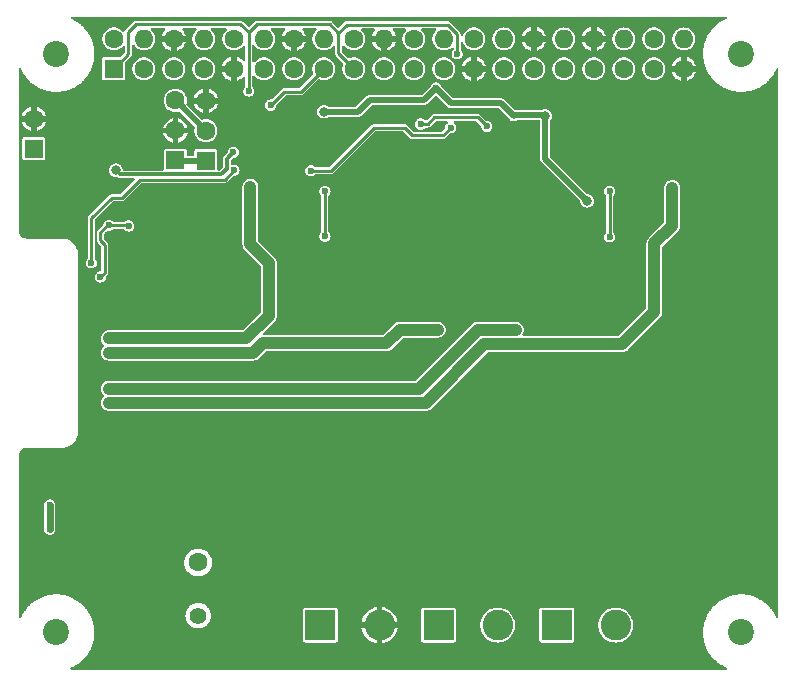
<source format=gbl>
G04 Layer_Physical_Order=2*
G04 Layer_Color=16711680*
%FSLAX44Y44*%
%MOMM*%
G71*
G01*
G75*
%ADD33C,0.2500*%
%ADD34C,0.3000*%
%ADD36C,0.6000*%
%ADD39C,1.0000*%
%ADD41C,0.5000*%
%ADD49C,1.6000*%
%ADD50C,1.4000*%
%ADD51R,1.6000X1.6000*%
%ADD52O,1.6000X1.5600*%
%ADD53R,1.6000X1.6000*%
%ADD54C,2.2000*%
%ADD55C,2.6000*%
%ADD56R,2.6000X2.6000*%
%ADD57C,0.8000*%
%ADD58C,0.6000*%
%ADD59C,0.9000*%
G36*
X602996Y554959D02*
X601936Y554520D01*
X601819Y554465D01*
X601697Y554419D01*
X600997Y554076D01*
X600293Y553743D01*
X600182Y553676D01*
X600065Y553619D01*
X598713Y552872D01*
X598603Y552804D01*
X598487Y552745D01*
X597830Y552326D01*
X597168Y551916D01*
X597064Y551837D01*
X596955Y551767D01*
X595695Y550873D01*
X595593Y550793D01*
X595484Y550721D01*
X594879Y550231D01*
X594266Y549750D01*
X594172Y549660D01*
X594071Y549578D01*
X592920Y548549D01*
X592827Y548458D01*
X592727Y548375D01*
X592179Y547819D01*
X591625Y547273D01*
X591542Y547173D01*
X591451Y547080D01*
X590422Y545929D01*
X590340Y545828D01*
X590250Y545734D01*
X589768Y545120D01*
X589279Y544516D01*
X589207Y544407D01*
X589127Y544305D01*
X588233Y543045D01*
X588163Y542935D01*
X588084Y542832D01*
X587675Y542170D01*
X587255Y541513D01*
X587196Y541397D01*
X587128Y541287D01*
X586381Y539935D01*
X586324Y539818D01*
X586257Y539707D01*
X585924Y539002D01*
X585581Y538303D01*
X585535Y538181D01*
X585480Y538064D01*
X584889Y536637D01*
X584845Y536514D01*
X584791Y536396D01*
X584539Y535658D01*
X584276Y534925D01*
X584245Y534799D01*
X584203Y534676D01*
X583775Y533192D01*
X583745Y533066D01*
X583705Y532942D01*
X583537Y532181D01*
X583358Y531423D01*
X583341Y531294D01*
X583313Y531167D01*
X583054Y529645D01*
X583039Y529516D01*
X583013Y529388D01*
X582931Y528613D01*
X582838Y527840D01*
X582835Y527710D01*
X582822Y527580D01*
X582735Y526039D01*
X582734Y525909D01*
X582722Y525779D01*
X582728Y525000D01*
X582722Y524221D01*
X582734Y524091D01*
X582735Y523961D01*
X582822Y522420D01*
X582835Y522290D01*
X582838Y522160D01*
X582931Y521387D01*
X583013Y520612D01*
X583039Y520484D01*
X583054Y520355D01*
X583313Y518833D01*
X583341Y518706D01*
X583358Y518577D01*
X583537Y517819D01*
X583705Y517058D01*
X583745Y516934D01*
X583775Y516808D01*
X584203Y515324D01*
X584245Y515201D01*
X584276Y515075D01*
X584539Y514341D01*
X584791Y513604D01*
X584845Y513486D01*
X584889Y513363D01*
X585480Y511936D01*
X585535Y511819D01*
X585581Y511697D01*
X585924Y510997D01*
X586257Y510293D01*
X586324Y510182D01*
X586381Y510065D01*
X587128Y508713D01*
X587196Y508603D01*
X587255Y508487D01*
X587674Y507830D01*
X588084Y507168D01*
X588163Y507064D01*
X588233Y506955D01*
X589127Y505695D01*
X589207Y505593D01*
X589279Y505484D01*
X589769Y504879D01*
X590250Y504266D01*
X590340Y504172D01*
X590422Y504071D01*
X591451Y502920D01*
X591542Y502827D01*
X591625Y502727D01*
X592181Y502179D01*
X592727Y501625D01*
X592827Y501542D01*
X592920Y501451D01*
X594071Y500422D01*
X594172Y500340D01*
X594266Y500250D01*
X594880Y499768D01*
X595484Y499279D01*
X595593Y499207D01*
X595695Y499127D01*
X596955Y498233D01*
X597065Y498163D01*
X597168Y498084D01*
X597830Y497675D01*
X598487Y497255D01*
X598603Y497196D01*
X598713Y497128D01*
X600065Y496381D01*
X600182Y496324D01*
X600293Y496257D01*
X600998Y495924D01*
X601697Y495581D01*
X601819Y495535D01*
X601936Y495480D01*
X603363Y494889D01*
X603486Y494845D01*
X603604Y494791D01*
X604342Y494539D01*
X605075Y494276D01*
X605201Y494245D01*
X605324Y494203D01*
X606808Y493775D01*
X606934Y493745D01*
X607058Y493705D01*
X607819Y493537D01*
X608577Y493358D01*
X608706Y493341D01*
X608833Y493313D01*
X610355Y493054D01*
X610484Y493039D01*
X610612Y493013D01*
X611387Y492931D01*
X612160Y492838D01*
X612290Y492835D01*
X612420Y492822D01*
X613961Y492735D01*
X614091Y492734D01*
X614221Y492722D01*
X614611Y492725D01*
X615000Y492706D01*
X615389Y492725D01*
X615779Y492722D01*
X615909Y492734D01*
X616039Y492735D01*
X617580Y492822D01*
X617710Y492835D01*
X617840Y492838D01*
X618613Y492931D01*
X619388Y493013D01*
X619516Y493039D01*
X619645Y493054D01*
X621167Y493313D01*
X621294Y493341D01*
X621423Y493358D01*
X622181Y493537D01*
X622942Y493705D01*
X623066Y493745D01*
X623192Y493775D01*
X624676Y494203D01*
X624799Y494245D01*
X624925Y494276D01*
X625659Y494539D01*
X626396Y494791D01*
X626514Y494845D01*
X626637Y494889D01*
X628063Y495480D01*
X628181Y495535D01*
X628303Y495581D01*
X629003Y495924D01*
X629707Y496257D01*
X629818Y496324D01*
X629935Y496381D01*
X631287Y497128D01*
X631397Y497196D01*
X631513Y497255D01*
X632170Y497674D01*
X632832Y498084D01*
X632936Y498163D01*
X633045Y498233D01*
X634305Y499127D01*
X634407Y499207D01*
X634516Y499279D01*
X635121Y499769D01*
X635734Y500250D01*
X635828Y500340D01*
X635929Y500422D01*
X637080Y501451D01*
X637173Y501542D01*
X637273Y501625D01*
X637821Y502181D01*
X638375Y502727D01*
X638458Y502827D01*
X638549Y502920D01*
X639578Y504071D01*
X639660Y504172D01*
X639750Y504266D01*
X640232Y504880D01*
X640721Y505484D01*
X640793Y505593D01*
X640873Y505695D01*
X641767Y506955D01*
X641837Y507065D01*
X641916Y507168D01*
X642325Y507830D01*
X642745Y508487D01*
X642804Y508603D01*
X642872Y508713D01*
X643619Y510065D01*
X643676Y510182D01*
X643743Y510293D01*
X644076Y510998D01*
X644419Y511697D01*
X644465Y511819D01*
X644520Y511936D01*
X644959Y512996D01*
X646483Y512693D01*
Y47307D01*
X644959Y47004D01*
X644520Y48064D01*
X644465Y48181D01*
X644419Y48303D01*
X644076Y49003D01*
X643743Y49707D01*
X643676Y49818D01*
X643619Y49935D01*
X642872Y51287D01*
X642804Y51397D01*
X642745Y51513D01*
X642326Y52170D01*
X641916Y52832D01*
X641837Y52936D01*
X641767Y53045D01*
X640873Y54305D01*
X640793Y54407D01*
X640721Y54516D01*
X640231Y55121D01*
X639750Y55734D01*
X639660Y55828D01*
X639578Y55929D01*
X638549Y57080D01*
X638458Y57173D01*
X638375Y57273D01*
X637819Y57821D01*
X637273Y58375D01*
X637173Y58458D01*
X637080Y58549D01*
X635929Y59578D01*
X635828Y59660D01*
X635734Y59750D01*
X635120Y60232D01*
X634516Y60721D01*
X634407Y60793D01*
X634305Y60873D01*
X633045Y61767D01*
X632935Y61837D01*
X632832Y61916D01*
X632170Y62325D01*
X631513Y62745D01*
X631397Y62804D01*
X631287Y62872D01*
X629935Y63619D01*
X629818Y63676D01*
X629707Y63743D01*
X629002Y64076D01*
X628303Y64419D01*
X628181Y64465D01*
X628064Y64520D01*
X626637Y65111D01*
X626514Y65155D01*
X626396Y65209D01*
X625658Y65461D01*
X624925Y65724D01*
X624799Y65755D01*
X624676Y65797D01*
X623192Y66225D01*
X623066Y66255D01*
X622942Y66295D01*
X622181Y66463D01*
X621423Y66642D01*
X621294Y66659D01*
X621167Y66687D01*
X619645Y66946D01*
X619516Y66961D01*
X619388Y66987D01*
X618613Y67069D01*
X617840Y67162D01*
X617710Y67165D01*
X617580Y67178D01*
X616039Y67265D01*
X615909Y67266D01*
X615779Y67278D01*
X615389Y67275D01*
X615000Y67294D01*
X614611Y67275D01*
X614221Y67278D01*
X614091Y67266D01*
X613961Y67265D01*
X612420Y67178D01*
X612290Y67165D01*
X612160Y67162D01*
X611387Y67069D01*
X610612Y66987D01*
X610484Y66961D01*
X610355Y66946D01*
X608833Y66687D01*
X608706Y66659D01*
X608577Y66642D01*
X607819Y66463D01*
X607058Y66295D01*
X606934Y66255D01*
X606808Y66225D01*
X605324Y65797D01*
X605201Y65755D01*
X605075Y65724D01*
X604341Y65461D01*
X603604Y65209D01*
X603486Y65155D01*
X603363Y65111D01*
X601936Y64520D01*
X601819Y64465D01*
X601697Y64419D01*
X600997Y64076D01*
X600293Y63743D01*
X600182Y63676D01*
X600065Y63619D01*
X598713Y62872D01*
X598603Y62804D01*
X598487Y62745D01*
X597830Y62326D01*
X597168Y61916D01*
X597064Y61837D01*
X596955Y61767D01*
X595695Y60873D01*
X595593Y60793D01*
X595484Y60721D01*
X594879Y60231D01*
X594266Y59750D01*
X594172Y59660D01*
X594071Y59578D01*
X592920Y58549D01*
X592827Y58458D01*
X592727Y58375D01*
X592179Y57819D01*
X591625Y57273D01*
X591542Y57173D01*
X591451Y57080D01*
X590422Y55929D01*
X590340Y55828D01*
X590250Y55734D01*
X589768Y55120D01*
X589279Y54516D01*
X589207Y54407D01*
X589127Y54305D01*
X588233Y53045D01*
X588163Y52936D01*
X588084Y52832D01*
X587675Y52171D01*
X587255Y51513D01*
X587196Y51397D01*
X587128Y51287D01*
X586381Y49935D01*
X586324Y49818D01*
X586257Y49707D01*
X585924Y49002D01*
X585581Y48303D01*
X585535Y48181D01*
X585480Y48064D01*
X584889Y46637D01*
X584845Y46514D01*
X584791Y46396D01*
X584539Y45658D01*
X584276Y44925D01*
X584245Y44799D01*
X584203Y44676D01*
X583775Y43192D01*
X583745Y43066D01*
X583705Y42942D01*
X583537Y42181D01*
X583358Y41423D01*
X583341Y41294D01*
X583313Y41167D01*
X583054Y39645D01*
X583039Y39516D01*
X583013Y39388D01*
X582931Y38613D01*
X582838Y37840D01*
X582835Y37710D01*
X582822Y37580D01*
X582735Y36038D01*
X582734Y35909D01*
X582722Y35779D01*
X582728Y35000D01*
X582722Y34221D01*
X582734Y34091D01*
X582735Y33962D01*
X582822Y32420D01*
X582835Y32290D01*
X582838Y32160D01*
X582931Y31387D01*
X583013Y30612D01*
X583039Y30484D01*
X583054Y30355D01*
X583313Y28833D01*
X583341Y28706D01*
X583358Y28577D01*
X583537Y27819D01*
X583705Y27058D01*
X583745Y26934D01*
X583775Y26808D01*
X584203Y25324D01*
X584245Y25201D01*
X584276Y25075D01*
X584539Y24341D01*
X584791Y23604D01*
X584845Y23486D01*
X584889Y23363D01*
X585480Y21937D01*
X585535Y21819D01*
X585581Y21697D01*
X585924Y20997D01*
X586257Y20293D01*
X586324Y20182D01*
X586381Y20065D01*
X587128Y18713D01*
X587196Y18603D01*
X587255Y18487D01*
X587674Y17830D01*
X588084Y17168D01*
X588163Y17064D01*
X588233Y16955D01*
X589127Y15695D01*
X589207Y15593D01*
X589279Y15484D01*
X589769Y14878D01*
X590250Y14266D01*
X590340Y14172D01*
X590422Y14071D01*
X591451Y12920D01*
X591542Y12827D01*
X591625Y12727D01*
X592181Y12179D01*
X592727Y11625D01*
X592827Y11542D01*
X592920Y11451D01*
X594071Y10422D01*
X594172Y10340D01*
X594266Y10250D01*
X594880Y9768D01*
X595484Y9279D01*
X595593Y9207D01*
X595695Y9127D01*
X596955Y8233D01*
X597065Y8163D01*
X597168Y8084D01*
X597830Y7675D01*
X598487Y7255D01*
X598603Y7196D01*
X598713Y7128D01*
X600065Y6381D01*
X600182Y6324D01*
X600293Y6257D01*
X600998Y5924D01*
X601697Y5581D01*
X601819Y5535D01*
X601936Y5480D01*
X602996Y5041D01*
X602693Y3517D01*
X47307D01*
X47004Y5041D01*
X48064Y5480D01*
X48181Y5535D01*
X48303Y5581D01*
X49003Y5924D01*
X49707Y6257D01*
X49818Y6324D01*
X49935Y6381D01*
X51287Y7128D01*
X51397Y7196D01*
X51513Y7255D01*
X52170Y7674D01*
X52832Y8084D01*
X52936Y8163D01*
X53045Y8233D01*
X54305Y9127D01*
X54407Y9207D01*
X54516Y9279D01*
X55121Y9769D01*
X55734Y10250D01*
X55828Y10340D01*
X55929Y10422D01*
X57080Y11451D01*
X57173Y11542D01*
X57273Y11625D01*
X57821Y12181D01*
X58375Y12727D01*
X58458Y12827D01*
X58549Y12920D01*
X59578Y14071D01*
X59660Y14172D01*
X59750Y14266D01*
X60232Y14880D01*
X60721Y15484D01*
X60793Y15593D01*
X60873Y15695D01*
X61767Y16955D01*
X61837Y17064D01*
X61916Y17168D01*
X62325Y17830D01*
X62745Y18487D01*
X62804Y18603D01*
X62872Y18713D01*
X63619Y20065D01*
X63676Y20182D01*
X63743Y20293D01*
X64076Y20998D01*
X64419Y21697D01*
X64465Y21819D01*
X64520Y21937D01*
X65111Y23363D01*
X65155Y23486D01*
X65209Y23604D01*
X65461Y24342D01*
X65724Y25075D01*
X65755Y25201D01*
X65797Y25324D01*
X66225Y26808D01*
X66255Y26934D01*
X66295Y27058D01*
X66463Y27819D01*
X66642Y28577D01*
X66659Y28706D01*
X66687Y28833D01*
X66946Y30355D01*
X66961Y30484D01*
X66987Y30612D01*
X67069Y31387D01*
X67162Y32160D01*
X67165Y32290D01*
X67178Y32420D01*
X67265Y33962D01*
X67266Y34091D01*
X67278Y34221D01*
X67272Y35000D01*
X67278Y35779D01*
X67266Y35909D01*
X67265Y36038D01*
X67178Y37580D01*
X67165Y37710D01*
X67162Y37840D01*
X67069Y38613D01*
X66987Y39388D01*
X66961Y39516D01*
X66946Y39645D01*
X66687Y41167D01*
X66659Y41294D01*
X66642Y41423D01*
X66463Y42181D01*
X66295Y42942D01*
X66255Y43066D01*
X66225Y43192D01*
X65797Y44676D01*
X65755Y44799D01*
X65724Y44925D01*
X65461Y45659D01*
X65209Y46396D01*
X65155Y46514D01*
X65111Y46637D01*
X64520Y48064D01*
X64465Y48181D01*
X64419Y48303D01*
X64076Y49003D01*
X63743Y49707D01*
X63676Y49818D01*
X63619Y49935D01*
X62872Y51287D01*
X62804Y51397D01*
X62745Y51513D01*
X62326Y52170D01*
X61916Y52832D01*
X61837Y52936D01*
X61767Y53045D01*
X60873Y54305D01*
X60793Y54407D01*
X60721Y54516D01*
X60231Y55121D01*
X59750Y55734D01*
X59660Y55828D01*
X59578Y55929D01*
X58549Y57080D01*
X58458Y57173D01*
X58375Y57273D01*
X57819Y57821D01*
X57273Y58375D01*
X57173Y58458D01*
X57080Y58549D01*
X55929Y59578D01*
X55828Y59660D01*
X55734Y59750D01*
X55120Y60232D01*
X54516Y60721D01*
X54407Y60793D01*
X54305Y60873D01*
X53045Y61767D01*
X52936Y61837D01*
X52832Y61916D01*
X52171Y62325D01*
X51513Y62745D01*
X51397Y62804D01*
X51287Y62872D01*
X49935Y63619D01*
X49818Y63676D01*
X49707Y63743D01*
X49002Y64076D01*
X48303Y64419D01*
X48181Y64465D01*
X48064Y64520D01*
X46637Y65111D01*
X46514Y65155D01*
X46396Y65209D01*
X45658Y65461D01*
X44925Y65724D01*
X44799Y65755D01*
X44676Y65797D01*
X43192Y66225D01*
X43066Y66255D01*
X42942Y66295D01*
X42181Y66463D01*
X41423Y66642D01*
X41294Y66659D01*
X41167Y66687D01*
X39645Y66946D01*
X39516Y66961D01*
X39388Y66987D01*
X38613Y67069D01*
X37840Y67162D01*
X37710Y67165D01*
X37580Y67178D01*
X36038Y67265D01*
X35909Y67266D01*
X35779Y67278D01*
X35389Y67275D01*
X35000Y67294D01*
X34611Y67275D01*
X34221Y67278D01*
X34091Y67266D01*
X33962Y67265D01*
X32420Y67178D01*
X32290Y67165D01*
X32160Y67162D01*
X31387Y67069D01*
X30612Y66987D01*
X30484Y66961D01*
X30355Y66946D01*
X28833Y66687D01*
X28706Y66659D01*
X28577Y66642D01*
X27819Y66463D01*
X27058Y66295D01*
X26934Y66255D01*
X26808Y66225D01*
X25324Y65797D01*
X25201Y65755D01*
X25075Y65724D01*
X24341Y65461D01*
X23604Y65209D01*
X23486Y65155D01*
X23363Y65111D01*
X21937Y64520D01*
X21819Y64465D01*
X21697Y64419D01*
X20997Y64076D01*
X20293Y63743D01*
X20182Y63676D01*
X20065Y63619D01*
X18713Y62872D01*
X18603Y62804D01*
X18487Y62745D01*
X17830Y62326D01*
X17168Y61916D01*
X17064Y61837D01*
X16955Y61767D01*
X15695Y60873D01*
X15593Y60793D01*
X15484Y60721D01*
X14878Y60231D01*
X14266Y59750D01*
X14172Y59660D01*
X14071Y59578D01*
X12920Y58549D01*
X12827Y58458D01*
X12727Y58375D01*
X12179Y57819D01*
X11625Y57273D01*
X11542Y57173D01*
X11451Y57080D01*
X10422Y55929D01*
X10340Y55828D01*
X10250Y55734D01*
X9768Y55120D01*
X9279Y54516D01*
X9207Y54407D01*
X9127Y54305D01*
X8233Y53045D01*
X8163Y52936D01*
X8084Y52832D01*
X7675Y52171D01*
X7255Y51513D01*
X7196Y51397D01*
X7128Y51287D01*
X6381Y49935D01*
X6324Y49818D01*
X6257Y49707D01*
X5924Y49002D01*
X5581Y48303D01*
X5535Y48181D01*
X5480Y48064D01*
X5041Y47004D01*
X3517Y47307D01*
Y185000D01*
X3510Y185068D01*
X3585Y186016D01*
X3823Y187007D01*
X4213Y187949D01*
X4745Y188818D01*
X5407Y189593D01*
X6182Y190255D01*
X7051Y190787D01*
X7993Y191177D01*
X8984Y191415D01*
X9933Y191490D01*
X10000Y191483D01*
X40000D01*
Y191479D01*
X41514Y191564D01*
X43009Y191818D01*
X44466Y192237D01*
X45867Y192818D01*
X47194Y193551D01*
X48430Y194429D01*
X49561Y195439D01*
X50571Y196570D01*
X51449Y197806D01*
X52182Y199133D01*
X52762Y200534D01*
X53182Y201991D01*
X53436Y203486D01*
X53521Y205000D01*
X53517D01*
Y355000D01*
X53521D01*
X53436Y356514D01*
X53182Y358009D01*
X52762Y359466D01*
X52182Y360867D01*
X51449Y362194D01*
X50571Y363430D01*
X49561Y364561D01*
X48430Y365571D01*
X47194Y366449D01*
X45867Y367182D01*
X44466Y367762D01*
X43009Y368182D01*
X41514Y368436D01*
X40000Y368521D01*
Y368517D01*
X10000D01*
X9933Y368510D01*
X8984Y368585D01*
X7993Y368823D01*
X7051Y369213D01*
X6182Y369745D01*
X5407Y370407D01*
X4745Y371182D01*
X4213Y372051D01*
X3823Y372993D01*
X3585Y373984D01*
X3510Y374933D01*
X3517Y375000D01*
X3517Y375000D01*
Y512693D01*
X5041Y512996D01*
X5480Y511936D01*
X5535Y511819D01*
X5581Y511697D01*
X5924Y510997D01*
X6257Y510293D01*
X6324Y510182D01*
X6381Y510065D01*
X7128Y508713D01*
X7196Y508603D01*
X7255Y508487D01*
X7674Y507830D01*
X8084Y507168D01*
X8163Y507064D01*
X8233Y506955D01*
X9127Y505695D01*
X9207Y505593D01*
X9279Y505484D01*
X9769Y504879D01*
X10250Y504266D01*
X10340Y504172D01*
X10422Y504071D01*
X11451Y502920D01*
X11542Y502827D01*
X11625Y502727D01*
X12181Y502179D01*
X12727Y501625D01*
X12827Y501542D01*
X12920Y501451D01*
X14071Y500422D01*
X14172Y500340D01*
X14266Y500250D01*
X14880Y499768D01*
X15484Y499279D01*
X15593Y499207D01*
X15695Y499127D01*
X16955Y498233D01*
X17064Y498163D01*
X17168Y498084D01*
X17830Y497675D01*
X18487Y497255D01*
X18603Y497196D01*
X18713Y497128D01*
X20065Y496381D01*
X20182Y496324D01*
X20293Y496257D01*
X20998Y495924D01*
X21697Y495581D01*
X21819Y495535D01*
X21937Y495480D01*
X23363Y494889D01*
X23486Y494845D01*
X23604Y494791D01*
X24342Y494539D01*
X25075Y494276D01*
X25201Y494245D01*
X25324Y494203D01*
X26808Y493775D01*
X26934Y493745D01*
X27058Y493705D01*
X27819Y493537D01*
X28577Y493358D01*
X28706Y493341D01*
X28833Y493313D01*
X30355Y493054D01*
X30484Y493039D01*
X30612Y493013D01*
X31387Y492931D01*
X32160Y492838D01*
X32290Y492835D01*
X32420Y492822D01*
X33962Y492735D01*
X34091Y492734D01*
X34221Y492722D01*
X34611Y492725D01*
X35000Y492706D01*
X35389Y492725D01*
X35779Y492722D01*
X35909Y492734D01*
X36038Y492735D01*
X37580Y492822D01*
X37710Y492835D01*
X37840Y492838D01*
X38613Y492931D01*
X39388Y493013D01*
X39516Y493039D01*
X39645Y493054D01*
X41167Y493313D01*
X41294Y493341D01*
X41423Y493358D01*
X42181Y493537D01*
X42942Y493705D01*
X43066Y493745D01*
X43192Y493775D01*
X44676Y494203D01*
X44799Y494245D01*
X44925Y494276D01*
X45659Y494539D01*
X46396Y494791D01*
X46514Y494845D01*
X46637Y494889D01*
X48064Y495480D01*
X48181Y495535D01*
X48303Y495581D01*
X49003Y495924D01*
X49707Y496257D01*
X49818Y496324D01*
X49935Y496381D01*
X51287Y497128D01*
X51397Y497196D01*
X51513Y497255D01*
X52170Y497674D01*
X52832Y498084D01*
X52936Y498163D01*
X53045Y498233D01*
X54305Y499127D01*
X54407Y499207D01*
X54516Y499279D01*
X55121Y499769D01*
X55734Y500250D01*
X55828Y500340D01*
X55929Y500422D01*
X57080Y501451D01*
X57173Y501542D01*
X57273Y501625D01*
X57821Y502181D01*
X58375Y502727D01*
X58458Y502827D01*
X58549Y502920D01*
X59578Y504071D01*
X59660Y504172D01*
X59750Y504266D01*
X60232Y504880D01*
X60721Y505484D01*
X60793Y505593D01*
X60873Y505695D01*
X61767Y506955D01*
X61837Y507065D01*
X61916Y507168D01*
X62325Y507830D01*
X62745Y508487D01*
X62804Y508603D01*
X62872Y508713D01*
X63619Y510065D01*
X63676Y510182D01*
X63743Y510293D01*
X64076Y510998D01*
X64419Y511697D01*
X64465Y511819D01*
X64520Y511936D01*
X65111Y513363D01*
X65155Y513486D01*
X65209Y513604D01*
X65461Y514342D01*
X65724Y515075D01*
X65755Y515201D01*
X65797Y515324D01*
X66225Y516808D01*
X66255Y516934D01*
X66295Y517058D01*
X66463Y517819D01*
X66642Y518577D01*
X66659Y518706D01*
X66687Y518833D01*
X66946Y520355D01*
X66961Y520484D01*
X66987Y520612D01*
X67069Y521387D01*
X67162Y522160D01*
X67165Y522290D01*
X67178Y522420D01*
X67265Y523961D01*
X67266Y524091D01*
X67278Y524221D01*
X67272Y525000D01*
X67278Y525779D01*
X67266Y525909D01*
X67265Y526039D01*
X67178Y527580D01*
X67165Y527710D01*
X67162Y527840D01*
X67069Y528613D01*
X66987Y529388D01*
X66961Y529516D01*
X66946Y529645D01*
X66687Y531167D01*
X66659Y531294D01*
X66642Y531423D01*
X66463Y532181D01*
X66295Y532942D01*
X66255Y533066D01*
X66225Y533192D01*
X65797Y534676D01*
X65755Y534799D01*
X65724Y534925D01*
X65461Y535659D01*
X65209Y536396D01*
X65155Y536514D01*
X65111Y536637D01*
X64520Y538063D01*
X64465Y538181D01*
X64419Y538303D01*
X64076Y539003D01*
X63743Y539707D01*
X63676Y539818D01*
X63619Y539935D01*
X62872Y541287D01*
X62804Y541397D01*
X62745Y541513D01*
X62326Y542170D01*
X61916Y542832D01*
X61837Y542936D01*
X61767Y543045D01*
X60873Y544305D01*
X60793Y544407D01*
X60721Y544516D01*
X60231Y545121D01*
X59750Y545734D01*
X59660Y545828D01*
X59578Y545929D01*
X58549Y547080D01*
X58458Y547173D01*
X58375Y547273D01*
X57819Y547821D01*
X57273Y548375D01*
X57173Y548458D01*
X57080Y548549D01*
X55929Y549578D01*
X55828Y549660D01*
X55734Y549750D01*
X55120Y550232D01*
X54516Y550721D01*
X54407Y550793D01*
X54305Y550873D01*
X53045Y551767D01*
X52936Y551837D01*
X52832Y551916D01*
X52171Y552325D01*
X51513Y552745D01*
X51397Y552804D01*
X51287Y552872D01*
X49935Y553619D01*
X49818Y553676D01*
X49707Y553743D01*
X49002Y554076D01*
X48303Y554419D01*
X48181Y554465D01*
X48064Y554520D01*
X47004Y554959D01*
X47307Y556483D01*
X602693D01*
X602996Y554959D01*
D02*
G37*
%LPC*%
G36*
X138500Y470208D02*
Y462500D01*
X146208D01*
X146164Y462723D01*
X145722Y464027D01*
X145113Y465261D01*
X144348Y466406D01*
X143441Y467440D01*
X142406Y468348D01*
X141261Y469113D01*
X140027Y469721D01*
X138723Y470164D01*
X138500Y470208D01*
D02*
G37*
G36*
X133500Y470208D02*
X133277Y470164D01*
X131973Y469721D01*
X130739Y469113D01*
X129594Y468348D01*
X128559Y467440D01*
X127652Y466406D01*
X126887Y465261D01*
X126278Y464027D01*
X125836Y462723D01*
X125792Y462500D01*
X133500D01*
Y470208D01*
D02*
G37*
G36*
X13500Y480208D02*
X13277Y480164D01*
X11973Y479721D01*
X10739Y479113D01*
X9594Y478348D01*
X8559Y477440D01*
X7652Y476406D01*
X6887Y475261D01*
X6278Y474027D01*
X5836Y472723D01*
X5792Y472500D01*
X13500D01*
Y480208D01*
D02*
G37*
G36*
X392000Y474015D02*
X355000D01*
X354412Y473957D01*
X353846Y473785D01*
X353325Y473507D01*
X352868Y473132D01*
X348551Y468814D01*
X346876Y468874D01*
X346875Y468875D01*
X346152Y469469D01*
X345326Y469910D01*
X344431Y470181D01*
X343500Y470273D01*
X342569Y470181D01*
X341673Y469910D01*
X340848Y469469D01*
X340125Y468875D01*
X339531Y468152D01*
X339090Y467327D01*
X338819Y466431D01*
X338727Y465500D01*
X338819Y464569D01*
X339090Y463674D01*
X339531Y462848D01*
X340125Y462125D01*
X340848Y461531D01*
X341673Y461090D01*
X342569Y460819D01*
X343500Y460727D01*
X344431Y460819D01*
X345326Y461090D01*
X346152Y461531D01*
X346875Y462125D01*
X347171Y462486D01*
X349500D01*
X350088Y462543D01*
X350654Y462715D01*
X351175Y462994D01*
X351632Y463368D01*
X356249Y467985D01*
X365953D01*
X366348Y466469D01*
X365625Y465875D01*
X365031Y465152D01*
X364590Y464327D01*
X364319Y463431D01*
X364227Y462500D01*
X364273Y462036D01*
X361251Y459015D01*
X337749D01*
X332132Y464632D01*
X331675Y465006D01*
X331154Y465285D01*
X330588Y465457D01*
X330000Y465514D01*
X304000D01*
X303412Y465457D01*
X302846Y465285D01*
X302325Y465006D01*
X301868Y464632D01*
X266251Y429015D01*
X254171D01*
X253875Y429375D01*
X253152Y429969D01*
X252327Y430410D01*
X251431Y430681D01*
X250500Y430773D01*
X249569Y430681D01*
X248673Y430410D01*
X247848Y429969D01*
X247125Y429375D01*
X246531Y428652D01*
X246090Y427827D01*
X245819Y426931D01*
X245727Y426000D01*
X245819Y425069D01*
X246090Y424174D01*
X246531Y423348D01*
X247125Y422625D01*
X247848Y422031D01*
X248673Y421590D01*
X249569Y421319D01*
X250500Y421227D01*
X251431Y421319D01*
X252327Y421590D01*
X253152Y422031D01*
X253875Y422625D01*
X254171Y422985D01*
X267500D01*
X268088Y423043D01*
X268654Y423215D01*
X269175Y423493D01*
X269632Y423868D01*
X305249Y459486D01*
X328751D01*
X334368Y453868D01*
X334825Y453493D01*
X335346Y453215D01*
X335912Y453043D01*
X336500Y452985D01*
X362500D01*
X363088Y453043D01*
X363654Y453215D01*
X364175Y453493D01*
X364632Y453868D01*
X368536Y457773D01*
X369000Y457727D01*
X369931Y457819D01*
X370826Y458090D01*
X371652Y458531D01*
X372375Y459125D01*
X372969Y459848D01*
X373410Y460673D01*
X373681Y461569D01*
X373773Y462500D01*
X373681Y463431D01*
X373410Y464327D01*
X372969Y465152D01*
X372375Y465875D01*
X371652Y466469D01*
X372047Y467985D01*
X390751D01*
X394773Y463964D01*
X394727Y463500D01*
X394819Y462569D01*
X395090Y461673D01*
X395531Y460848D01*
X396125Y460125D01*
X396848Y459531D01*
X397673Y459090D01*
X398569Y458819D01*
X399500Y458727D01*
X400431Y458819D01*
X401326Y459090D01*
X402152Y459531D01*
X402875Y460125D01*
X403469Y460848D01*
X403910Y461673D01*
X404181Y462569D01*
X404273Y463500D01*
X404181Y464431D01*
X403910Y465326D01*
X403469Y466152D01*
X402875Y466875D01*
X402152Y467469D01*
X401326Y467910D01*
X400431Y468181D01*
X399500Y468273D01*
X399036Y468227D01*
X394132Y473132D01*
X393675Y473507D01*
X393154Y473785D01*
X392588Y473957D01*
X392000Y474015D01*
D02*
G37*
G36*
X13500Y467500D02*
X5792D01*
X5836Y467277D01*
X6278Y465973D01*
X6887Y464739D01*
X7652Y463594D01*
X8559Y462560D01*
X9594Y461652D01*
X10739Y460887D01*
X11973Y460279D01*
X13277Y459836D01*
X13500Y459792D01*
Y467500D01*
D02*
G37*
G36*
X136000Y495171D02*
X134725Y495087D01*
X133471Y494838D01*
X132261Y494427D01*
X131115Y493862D01*
X130052Y493152D01*
X129091Y492309D01*
X128248Y491348D01*
X127538Y490285D01*
X126973Y489139D01*
X126562Y487929D01*
X126313Y486675D01*
X126229Y485400D01*
X126313Y484125D01*
X126562Y482871D01*
X126973Y481661D01*
X127538Y480514D01*
X128248Y479452D01*
X129091Y478491D01*
X130052Y477648D01*
X131115Y476938D01*
X132261Y476373D01*
X133471Y475962D01*
X134725Y475713D01*
X136000Y475629D01*
X137275Y475713D01*
X138529Y475962D01*
X139290Y476220D01*
X152432Y463078D01*
X152212Y462429D01*
X151963Y461175D01*
X151879Y459900D01*
X151963Y458625D01*
X152212Y457371D01*
X152623Y456161D01*
X153188Y455014D01*
X153898Y453952D01*
X154741Y452991D01*
X155702Y452148D01*
X156764Y451438D01*
X157911Y450873D01*
X159121Y450462D01*
X160375Y450213D01*
X161650Y450129D01*
X162925Y450213D01*
X164179Y450462D01*
X165389Y450873D01*
X166535Y451438D01*
X167598Y452148D01*
X168559Y452991D01*
X169402Y453952D01*
X170112Y455014D01*
X170677Y456161D01*
X171088Y457371D01*
X171337Y458625D01*
X171421Y459900D01*
X171337Y461175D01*
X171088Y462429D01*
X170677Y463639D01*
X170112Y464785D01*
X169402Y465848D01*
X168559Y466809D01*
X167598Y467652D01*
X166535Y468362D01*
X165389Y468927D01*
X164179Y469338D01*
X162925Y469587D01*
X161650Y469671D01*
X160375Y469587D01*
X159121Y469338D01*
X158472Y469118D01*
X145256Y482334D01*
X145438Y482871D01*
X145687Y484125D01*
X145771Y485400D01*
X145687Y486675D01*
X145438Y487929D01*
X145027Y489139D01*
X144462Y490285D01*
X143752Y491348D01*
X142909Y492309D01*
X141948Y493152D01*
X140885Y493862D01*
X139739Y494427D01*
X138529Y494838D01*
X137275Y495087D01*
X136000Y495171D01*
D02*
G37*
G36*
X133500Y457500D02*
X125792D01*
X125836Y457277D01*
X126278Y455973D01*
X126887Y454739D01*
X127652Y453594D01*
X128559Y452559D01*
X129594Y451652D01*
X130739Y450887D01*
X131973Y450279D01*
X133277Y449836D01*
X133500Y449792D01*
Y457500D01*
D02*
G37*
G36*
X146208D02*
X138500D01*
Y449792D01*
X138723Y449836D01*
X140027Y450279D01*
X141261Y450887D01*
X142406Y451652D01*
X143441Y452559D01*
X144348Y453594D01*
X145113Y454739D01*
X145722Y455973D01*
X146164Y457277D01*
X146208Y457500D01*
D02*
G37*
G36*
X26208Y467500D02*
X18500D01*
Y459792D01*
X18723Y459836D01*
X20027Y460279D01*
X21261Y460887D01*
X22406Y461652D01*
X23440Y462560D01*
X24348Y463594D01*
X25113Y464739D01*
X25721Y465973D01*
X26164Y467277D01*
X26208Y467500D01*
D02*
G37*
G36*
X386000Y509800D02*
X378292D01*
X378336Y509577D01*
X378778Y508273D01*
X379387Y507039D01*
X380152Y505894D01*
X381059Y504859D01*
X382094Y503952D01*
X383239Y503187D01*
X384473Y502579D01*
X385777Y502136D01*
X386000Y502092D01*
Y509800D01*
D02*
G37*
G36*
X182800D02*
X175092D01*
X175136Y509577D01*
X175578Y508273D01*
X176187Y507039D01*
X176952Y505894D01*
X177859Y504859D01*
X178894Y503952D01*
X180039Y503187D01*
X181273Y502579D01*
X182577Y502136D01*
X182800Y502092D01*
Y509800D01*
D02*
G37*
G36*
X563800D02*
X556092D01*
X556136Y509577D01*
X556578Y508273D01*
X557187Y507039D01*
X557952Y505894D01*
X558859Y504859D01*
X559894Y503952D01*
X561039Y503187D01*
X562273Y502579D01*
X563577Y502136D01*
X563800Y502092D01*
Y509800D01*
D02*
G37*
G36*
X398708D02*
X391000D01*
Y502092D01*
X391223Y502136D01*
X392527Y502579D01*
X393761Y503187D01*
X394906Y503952D01*
X395941Y504859D01*
X396848Y505894D01*
X397613Y507039D01*
X398222Y508273D01*
X398664Y509577D01*
X398708Y509800D01*
D02*
G37*
G36*
X164150Y495508D02*
Y487800D01*
X171858D01*
X171814Y488023D01*
X171371Y489327D01*
X170763Y490561D01*
X169998Y491706D01*
X169090Y492741D01*
X168056Y493648D01*
X166911Y494413D01*
X165677Y495022D01*
X164373Y495464D01*
X164150Y495508D01*
D02*
G37*
G36*
X171858Y482800D02*
X164150D01*
Y475092D01*
X164373Y475136D01*
X165677Y475578D01*
X166911Y476187D01*
X168056Y476952D01*
X169090Y477859D01*
X169998Y478894D01*
X170763Y480039D01*
X171371Y481273D01*
X171814Y482577D01*
X171858Y482800D01*
D02*
G37*
G36*
X18500Y480208D02*
Y472500D01*
X26208D01*
X26164Y472723D01*
X25721Y474027D01*
X25113Y475261D01*
X24348Y476406D01*
X23440Y477440D01*
X22406Y478348D01*
X21261Y479113D01*
X20027Y479721D01*
X18723Y480164D01*
X18500Y480208D01*
D02*
G37*
G36*
X159150Y495508D02*
X158927Y495464D01*
X157623Y495022D01*
X156389Y494413D01*
X155244Y493648D01*
X154209Y492741D01*
X153302Y491706D01*
X152537Y490561D01*
X151928Y489327D01*
X151486Y488023D01*
X151442Y487800D01*
X159150D01*
Y495508D01*
D02*
G37*
G36*
Y482800D02*
X151442D01*
X151486Y482577D01*
X151928Y481273D01*
X152537Y480039D01*
X153302Y478894D01*
X154209Y477859D01*
X155244Y476952D01*
X156389Y476187D01*
X157623Y475578D01*
X158927Y475136D01*
X159150Y475092D01*
Y482800D01*
D02*
G37*
G36*
X24000Y454365D02*
X8000D01*
X7543Y454305D01*
X7117Y454129D01*
X6752Y453848D01*
X6471Y453483D01*
X6295Y453057D01*
X6235Y452600D01*
Y436600D01*
X6295Y436143D01*
X6471Y435717D01*
X6752Y435352D01*
X7117Y435071D01*
X7543Y434895D01*
X8000Y434835D01*
X24000D01*
X24457Y434895D01*
X24883Y435071D01*
X25248Y435352D01*
X25529Y435717D01*
X25705Y436143D01*
X25765Y436600D01*
Y452600D01*
X25705Y453057D01*
X25529Y453483D01*
X25248Y453848D01*
X24883Y454129D01*
X24457Y454305D01*
X24000Y454365D01*
D02*
G37*
G36*
X471750Y56015D02*
X445750D01*
X445293Y55955D01*
X444867Y55779D01*
X444502Y55498D01*
X444221Y55133D01*
X444045Y54707D01*
X443985Y54250D01*
Y28250D01*
X444045Y27793D01*
X444221Y27367D01*
X444502Y27002D01*
X444867Y26721D01*
X445293Y26545D01*
X445750Y26485D01*
X471750D01*
X472207Y26545D01*
X472633Y26721D01*
X472998Y27002D01*
X473279Y27367D01*
X473455Y27793D01*
X473515Y28250D01*
Y54250D01*
X473455Y54707D01*
X473279Y55133D01*
X472998Y55498D01*
X472633Y55779D01*
X472207Y55955D01*
X471750Y56015D01*
D02*
G37*
G36*
X371750D02*
X345750D01*
X345293Y55955D01*
X344867Y55779D01*
X344502Y55498D01*
X344221Y55133D01*
X344045Y54707D01*
X343985Y54250D01*
Y28250D01*
X344045Y27793D01*
X344221Y27367D01*
X344502Y27002D01*
X344867Y26721D01*
X345293Y26545D01*
X345750Y26485D01*
X371750D01*
X372207Y26545D01*
X372633Y26721D01*
X372998Y27002D01*
X373279Y27367D01*
X373455Y27793D01*
X373515Y28250D01*
Y54250D01*
X373455Y54707D01*
X373279Y55133D01*
X372998Y55498D01*
X372633Y55779D01*
X372207Y55955D01*
X371750Y56015D01*
D02*
G37*
G36*
X311250Y56547D02*
Y43750D01*
X324047D01*
X323885Y44704D01*
X323403Y46377D01*
X322737Y47986D01*
X321895Y49510D01*
X320887Y50929D01*
X319727Y52227D01*
X318429Y53387D01*
X317010Y54395D01*
X315486Y55237D01*
X313877Y55903D01*
X312204Y56385D01*
X311250Y56547D01*
D02*
G37*
G36*
X306250D02*
X305296Y56385D01*
X303623Y55903D01*
X302014Y55237D01*
X300490Y54395D01*
X299071Y53387D01*
X297773Y52227D01*
X296612Y50929D01*
X295605Y49510D01*
X294763Y47986D01*
X294097Y46377D01*
X293615Y44704D01*
X293453Y43750D01*
X306250D01*
Y56547D01*
D02*
G37*
G36*
X271750Y56015D02*
X245750D01*
X245293Y55955D01*
X244867Y55779D01*
X244502Y55498D01*
X244221Y55133D01*
X244045Y54707D01*
X243985Y54250D01*
Y28250D01*
X244045Y27793D01*
X244221Y27367D01*
X244502Y27002D01*
X244867Y26721D01*
X245293Y26545D01*
X245750Y26485D01*
X271750D01*
X272207Y26545D01*
X272633Y26721D01*
X272998Y27002D01*
X273279Y27367D01*
X273455Y27793D01*
X273515Y28250D01*
Y54250D01*
X273455Y54707D01*
X273279Y55133D01*
X272998Y55498D01*
X272633Y55779D01*
X272207Y55955D01*
X271750Y56015D01*
D02*
G37*
G36*
X324047Y38750D02*
X311250D01*
Y25953D01*
X312204Y26115D01*
X313877Y26597D01*
X315486Y27263D01*
X317010Y28105D01*
X318429Y29113D01*
X319727Y30273D01*
X320887Y31571D01*
X321895Y32991D01*
X322737Y34514D01*
X323403Y36123D01*
X323885Y37796D01*
X324047Y38750D01*
D02*
G37*
G36*
X306250D02*
X293453D01*
X293615Y37796D01*
X294097Y36123D01*
X294763Y34514D01*
X295605Y32991D01*
X296612Y31571D01*
X297773Y30273D01*
X299071Y29113D01*
X300490Y28105D01*
X302014Y27263D01*
X303623Y26597D01*
X305296Y26115D01*
X306250Y25953D01*
Y38750D01*
D02*
G37*
G36*
X508750Y56023D02*
X507096Y55930D01*
X505463Y55653D01*
X503871Y55194D01*
X502340Y54560D01*
X500890Y53759D01*
X499539Y52800D01*
X498304Y51696D01*
X497200Y50461D01*
X496241Y49110D01*
X495440Y47660D01*
X494806Y46129D01*
X494347Y44537D01*
X494070Y42904D01*
X493977Y41250D01*
X494070Y39596D01*
X494347Y37963D01*
X494806Y36371D01*
X495440Y34840D01*
X496241Y33390D01*
X497200Y32039D01*
X498304Y30804D01*
X499539Y29700D01*
X500890Y28741D01*
X502340Y27940D01*
X503871Y27306D01*
X505463Y26847D01*
X507096Y26570D01*
X508750Y26477D01*
X510404Y26570D01*
X512037Y26847D01*
X513629Y27306D01*
X515160Y27940D01*
X516610Y28741D01*
X517961Y29700D01*
X519196Y30804D01*
X520300Y32039D01*
X521259Y33390D01*
X522060Y34840D01*
X522694Y36371D01*
X523153Y37963D01*
X523430Y39596D01*
X523523Y41250D01*
X523430Y42904D01*
X523153Y44537D01*
X522694Y46129D01*
X522060Y47660D01*
X521259Y49110D01*
X520300Y50461D01*
X519196Y51696D01*
X517961Y52800D01*
X516610Y53759D01*
X515160Y54560D01*
X513629Y55194D01*
X512037Y55653D01*
X510404Y55930D01*
X508750Y56023D01*
D02*
G37*
G36*
X408750D02*
X407096Y55930D01*
X405463Y55653D01*
X403871Y55194D01*
X402340Y54560D01*
X400890Y53759D01*
X399539Y52800D01*
X398304Y51696D01*
X397200Y50461D01*
X396241Y49110D01*
X395440Y47660D01*
X394806Y46129D01*
X394347Y44537D01*
X394070Y42904D01*
X393977Y41250D01*
X394070Y39596D01*
X394347Y37963D01*
X394806Y36371D01*
X395440Y34840D01*
X396241Y33390D01*
X397200Y32039D01*
X398304Y30804D01*
X399539Y29700D01*
X400890Y28741D01*
X402340Y27940D01*
X403871Y27306D01*
X405463Y26847D01*
X407096Y26570D01*
X408750Y26477D01*
X410404Y26570D01*
X412037Y26847D01*
X413629Y27306D01*
X415160Y27940D01*
X416610Y28741D01*
X417961Y29700D01*
X419196Y30804D01*
X420300Y32039D01*
X421259Y33390D01*
X422060Y34840D01*
X422694Y36371D01*
X423153Y37963D01*
X423430Y39596D01*
X423523Y41250D01*
X423430Y42904D01*
X423153Y44537D01*
X422694Y46129D01*
X422060Y47660D01*
X421259Y49110D01*
X420300Y50461D01*
X419196Y51696D01*
X417961Y52800D01*
X416610Y53759D01*
X415160Y54560D01*
X413629Y55194D01*
X412037Y55653D01*
X410404Y55930D01*
X408750Y56023D01*
D02*
G37*
G36*
X155468Y60040D02*
X155250Y60029D01*
X155032Y60040D01*
X153777Y59941D01*
X153564Y59896D01*
X153347Y59873D01*
X152123Y59579D01*
X151919Y59501D01*
X151709Y59444D01*
X150545Y58963D01*
X150357Y58854D01*
X150158Y58765D01*
X149084Y58107D01*
X148915Y57970D01*
X148732Y57851D01*
X147774Y57034D01*
X147628Y56872D01*
X147466Y56726D01*
X146649Y55768D01*
X146530Y55585D01*
X146393Y55416D01*
X145735Y54342D01*
X145646Y54143D01*
X145537Y53955D01*
X145055Y52791D01*
X144999Y52581D01*
X144921Y52377D01*
X144627Y51153D01*
X144604Y50936D01*
X144559Y50723D01*
X144460Y49468D01*
X144466Y49358D01*
X144452Y49250D01*
X144466Y49142D01*
X144460Y49032D01*
X144559Y47777D01*
X144604Y47564D01*
X144627Y47347D01*
X144921Y46123D01*
X144999Y45919D01*
X145055Y45709D01*
X145537Y44545D01*
X145646Y44357D01*
X145735Y44158D01*
X146393Y43084D01*
X146530Y42915D01*
X146649Y42732D01*
X147466Y41774D01*
X147628Y41628D01*
X147774Y41466D01*
X148732Y40649D01*
X148914Y40530D01*
X149084Y40393D01*
X150158Y39735D01*
X150357Y39646D01*
X150545Y39537D01*
X151709Y39055D01*
X151919Y38999D01*
X152123Y38921D01*
X153347Y38627D01*
X153564Y38604D01*
X153777Y38559D01*
X155032Y38460D01*
X155250Y38472D01*
X155468Y38460D01*
X156723Y38559D01*
X156936Y38604D01*
X157153Y38627D01*
X158377Y38921D01*
X158581Y38999D01*
X158791Y39055D01*
X159955Y39537D01*
X160143Y39646D01*
X160342Y39735D01*
X161416Y40393D01*
X161585Y40530D01*
X161768Y40649D01*
X162726Y41466D01*
X162871Y41628D01*
X163034Y41774D01*
X163851Y42732D01*
X163970Y42915D01*
X164107Y43084D01*
X164765Y44158D01*
X164854Y44357D01*
X164963Y44545D01*
X165445Y45709D01*
X165501Y45919D01*
X165579Y46123D01*
X165873Y47347D01*
X165896Y47564D01*
X165941Y47777D01*
X166040Y49032D01*
X166034Y49142D01*
X166048Y49250D01*
X166034Y49358D01*
X166040Y49468D01*
X165941Y50723D01*
X165896Y50936D01*
X165873Y51153D01*
X165579Y52377D01*
X165501Y52581D01*
X165445Y52791D01*
X164963Y53955D01*
X164854Y54143D01*
X164765Y54342D01*
X164107Y55416D01*
X163970Y55585D01*
X163851Y55768D01*
X163034Y56726D01*
X162871Y56872D01*
X162726Y57034D01*
X161768Y57851D01*
X161586Y57970D01*
X161416Y58107D01*
X160342Y58765D01*
X160143Y58854D01*
X159955Y58963D01*
X158791Y59444D01*
X158581Y59501D01*
X158377Y59579D01*
X157153Y59873D01*
X156936Y59896D01*
X156723Y59941D01*
X155468Y60040D01*
D02*
G37*
G36*
X79500Y384523D02*
X78569Y384431D01*
X77673Y384160D01*
X76848Y383719D01*
X76125Y383125D01*
X75531Y382402D01*
X75090Y381577D01*
X74819Y380681D01*
X74771Y380199D01*
X70368Y375797D01*
X69994Y375340D01*
X69715Y374819D01*
X69543Y374253D01*
X69486Y373665D01*
Y366868D01*
X69543Y366280D01*
X69715Y365715D01*
X69994Y365193D01*
X70368Y364737D01*
X72986Y362120D01*
Y342257D01*
X72500Y340773D01*
X71569Y340681D01*
X70673Y340410D01*
X69848Y339969D01*
X69125Y339375D01*
X68531Y338652D01*
X68090Y337826D01*
X67819Y336931D01*
X67727Y336000D01*
X67819Y335069D01*
X68090Y334173D01*
X68531Y333348D01*
X69125Y332625D01*
X69848Y332031D01*
X70673Y331590D01*
X71569Y331319D01*
X72500Y331227D01*
X73431Y331319D01*
X74327Y331590D01*
X75152Y332031D01*
X75875Y332625D01*
X76469Y333348D01*
X76910Y334173D01*
X77181Y335069D01*
X77273Y336000D01*
X77227Y336464D01*
X78132Y337368D01*
X78506Y337825D01*
X78785Y338346D01*
X78957Y338912D01*
X79015Y339500D01*
Y363368D01*
X78957Y363956D01*
X78785Y364522D01*
X78506Y365043D01*
X78132Y365500D01*
X75514Y368117D01*
Y372416D01*
X78260Y375162D01*
X78569Y375069D01*
X79500Y374977D01*
X80431Y375069D01*
X81326Y375340D01*
X82152Y375781D01*
X82875Y376375D01*
X83171Y376735D01*
X92208D01*
X92281Y376598D01*
X92875Y375875D01*
X93598Y375281D01*
X94423Y374840D01*
X95319Y374569D01*
X96250Y374477D01*
X97181Y374569D01*
X98076Y374840D01*
X98902Y375281D01*
X99625Y375875D01*
X100218Y376598D01*
X100660Y377424D01*
X100931Y378319D01*
X101023Y379250D01*
X100931Y380181D01*
X100660Y381077D01*
X100218Y381902D01*
X99625Y382625D01*
X98902Y383219D01*
X98076Y383660D01*
X97181Y383931D01*
X96250Y384023D01*
X95319Y383931D01*
X94423Y383660D01*
X93598Y383219D01*
X93045Y382765D01*
X83171D01*
X82875Y383125D01*
X82152Y383719D01*
X81326Y384160D01*
X80431Y384431D01*
X79500Y384523D01*
D02*
G37*
G36*
X262500Y413273D02*
X261569Y413181D01*
X260673Y412910D01*
X259848Y412469D01*
X259125Y411875D01*
X258531Y411152D01*
X258090Y410326D01*
X257819Y409431D01*
X257727Y408500D01*
X257819Y407569D01*
X258090Y406674D01*
X258531Y405848D01*
X259125Y405125D01*
X259485Y404829D01*
Y374171D01*
X259125Y373875D01*
X258531Y373152D01*
X258090Y372327D01*
X257819Y371431D01*
X257727Y370500D01*
X257819Y369569D01*
X258090Y368674D01*
X258531Y367848D01*
X259125Y367125D01*
X259848Y366531D01*
X260673Y366090D01*
X261569Y365819D01*
X262500Y365727D01*
X263431Y365819D01*
X264326Y366090D01*
X265152Y366531D01*
X265875Y367125D01*
X266469Y367848D01*
X266910Y368674D01*
X267181Y369569D01*
X267273Y370500D01*
X267181Y371431D01*
X266910Y372327D01*
X266469Y373152D01*
X265875Y373875D01*
X265515Y374171D01*
Y404829D01*
X265875Y405125D01*
X266469Y405848D01*
X266910Y406674D01*
X267181Y407569D01*
X267273Y408500D01*
X267181Y409431D01*
X266910Y410326D01*
X266469Y411152D01*
X265875Y411875D01*
X265152Y412469D01*
X264326Y412910D01*
X263431Y413181D01*
X262500Y413273D01*
D02*
G37*
G36*
X185000Y446273D02*
X184069Y446181D01*
X183174Y445910D01*
X182348Y445469D01*
X181625Y444875D01*
X181031Y444152D01*
X180590Y443326D01*
X180319Y442431D01*
X180227Y441500D01*
X180241Y441359D01*
X177167Y438285D01*
X176761Y437790D01*
X176459Y437226D01*
X176273Y436613D01*
X176210Y435976D01*
Y428829D01*
X173417Y426036D01*
X172891D01*
X171415Y426500D01*
Y442500D01*
X171355Y442957D01*
X171179Y443382D01*
X170898Y443748D01*
X170532Y444029D01*
X170107Y444205D01*
X169650Y444265D01*
X153650D01*
X153193Y444205D01*
X152767Y444029D01*
X152402Y443748D01*
X152121Y443382D01*
X151945Y442957D01*
X151885Y442500D01*
Y438771D01*
X145765D01*
Y442600D01*
X145705Y443057D01*
X145529Y443483D01*
X145248Y443848D01*
X144882Y444129D01*
X144457Y444305D01*
X144000Y444365D01*
X128000D01*
X127543Y444305D01*
X127117Y444129D01*
X126752Y443848D01*
X126471Y443483D01*
X126295Y443057D01*
X126235Y442600D01*
Y426600D01*
X124772Y426036D01*
X91697D01*
X91268Y426500D01*
X91197Y427402D01*
X90985Y428282D01*
X90639Y429118D01*
X90166Y429890D01*
X89578Y430578D01*
X88890Y431166D01*
X88118Y431639D01*
X87282Y431986D01*
X86402Y432197D01*
X85500Y432268D01*
X84598Y432197D01*
X83718Y431986D01*
X82881Y431639D01*
X82110Y431166D01*
X81422Y430578D01*
X80834Y429890D01*
X80361Y429118D01*
X80014Y428282D01*
X79803Y427402D01*
X79732Y426500D01*
X79803Y425598D01*
X80014Y424718D01*
X80361Y423881D01*
X80834Y423110D01*
X81422Y422422D01*
X82110Y421834D01*
X82881Y421361D01*
X83718Y421015D01*
X84598Y420803D01*
X85500Y420732D01*
X86402Y420803D01*
X86544Y420837D01*
X86921Y420461D01*
X87416Y420055D01*
X87980Y419753D01*
X88593Y419567D01*
X89230Y419504D01*
X100750D01*
X101333Y418096D01*
X89251Y406015D01*
X82000D01*
X81412Y405957D01*
X80846Y405785D01*
X80325Y405507D01*
X79868Y405131D01*
X62599Y387862D01*
X62224Y387405D01*
X61945Y386884D01*
X61773Y386318D01*
X61715Y385730D01*
Y351671D01*
X61355Y351375D01*
X60761Y350652D01*
X60320Y349827D01*
X60049Y348931D01*
X59957Y348000D01*
X60049Y347069D01*
X60320Y346174D01*
X60761Y345348D01*
X61355Y344625D01*
X62078Y344031D01*
X62903Y343590D01*
X63799Y343319D01*
X64730Y343227D01*
X65661Y343319D01*
X66557Y343590D01*
X67382Y344031D01*
X68105Y344625D01*
X68699Y345348D01*
X69140Y346174D01*
X69411Y347069D01*
X69503Y348000D01*
X69411Y348931D01*
X69140Y349827D01*
X68699Y350652D01*
X68105Y351375D01*
X67744Y351671D01*
Y384481D01*
X83249Y399986D01*
X90500D01*
X91088Y400043D01*
X91654Y400215D01*
X92175Y400494D01*
X92632Y400868D01*
X107245Y415481D01*
X177496D01*
X178084Y415539D01*
X178650Y415711D01*
X179171Y415989D01*
X179628Y416364D01*
X185036Y421773D01*
X185500Y421727D01*
X186431Y421819D01*
X187327Y422090D01*
X188152Y422531D01*
X188875Y423125D01*
X189469Y423848D01*
X189910Y424674D01*
X190181Y425569D01*
X190273Y426500D01*
X190181Y427431D01*
X189910Y428326D01*
X189469Y429152D01*
X188875Y429875D01*
X188152Y430469D01*
X187327Y430910D01*
X186431Y431181D01*
X185500Y431273D01*
X184569Y431181D01*
X184266Y431089D01*
X182974Y431833D01*
X182742Y432140D01*
Y434623D01*
X184859Y436741D01*
X185000Y436727D01*
X185931Y436819D01*
X186827Y437090D01*
X187652Y437531D01*
X188375Y438125D01*
X188969Y438848D01*
X189410Y439674D01*
X189681Y440569D01*
X189773Y441500D01*
X189681Y442431D01*
X189410Y443326D01*
X188969Y444152D01*
X188375Y444875D01*
X187652Y445469D01*
X186827Y445910D01*
X185931Y446181D01*
X185000Y446273D01*
D02*
G37*
G36*
X356500Y500773D02*
X355569Y500681D01*
X354674Y500410D01*
X353848Y499969D01*
X353125Y499375D01*
X352531Y498652D01*
X352090Y497826D01*
X352005Y497544D01*
X344731Y490271D01*
X300500D01*
X299667Y490188D01*
X298866Y489945D01*
X298127Y489551D01*
X297480Y489020D01*
X288731Y480271D01*
X265353D01*
X264890Y480666D01*
X264118Y481139D01*
X263282Y481485D01*
X262402Y481697D01*
X261500Y481768D01*
X260598Y481697D01*
X259718Y481485D01*
X258881Y481139D01*
X258110Y480666D01*
X257422Y480078D01*
X256834Y479390D01*
X256361Y478619D01*
X256014Y477782D01*
X255803Y476902D01*
X255732Y476000D01*
X255803Y475098D01*
X256014Y474218D01*
X256361Y473382D01*
X256834Y472610D01*
X257422Y471922D01*
X258110Y471334D01*
X258881Y470861D01*
X259718Y470514D01*
X260598Y470303D01*
X261500Y470232D01*
X262402Y470303D01*
X263282Y470514D01*
X264118Y470861D01*
X264890Y471334D01*
X265353Y471729D01*
X290500D01*
X291333Y471811D01*
X292134Y472054D01*
X292873Y472449D01*
X293520Y472980D01*
X302269Y481729D01*
X346500D01*
X347333Y481811D01*
X348134Y482054D01*
X348873Y482449D01*
X349520Y482980D01*
X356500Y489961D01*
X366480Y479980D01*
X367127Y479449D01*
X367866Y479054D01*
X368667Y478811D01*
X369500Y478729D01*
X409731D01*
X419480Y468980D01*
X420127Y468449D01*
X420866Y468055D01*
X421667Y467812D01*
X422500Y467729D01*
X423333Y467812D01*
X424134Y468055D01*
X424873Y468449D01*
X425214Y468729D01*
X444659D01*
X444729Y468647D01*
Y436000D01*
X444812Y435167D01*
X445055Y434366D01*
X445449Y433627D01*
X445980Y432980D01*
X478755Y400205D01*
X478803Y399598D01*
X479015Y398718D01*
X479361Y397882D01*
X479834Y397110D01*
X480422Y396422D01*
X481110Y395834D01*
X481881Y395361D01*
X482718Y395014D01*
X483598Y394803D01*
X484500Y394732D01*
X485402Y394803D01*
X486282Y395014D01*
X487118Y395361D01*
X487890Y395834D01*
X488578Y396422D01*
X489166Y397110D01*
X489639Y397882D01*
X489986Y398718D01*
X490197Y399598D01*
X490268Y400500D01*
X490197Y401402D01*
X489986Y402282D01*
X489639Y403119D01*
X489166Y403890D01*
X488578Y404578D01*
X487890Y405166D01*
X487118Y405639D01*
X486282Y405985D01*
X485402Y406197D01*
X484795Y406245D01*
X453271Y437769D01*
Y468647D01*
X453666Y469110D01*
X454139Y469882D01*
X454486Y470718D01*
X454697Y471598D01*
X454768Y472500D01*
X454697Y473402D01*
X454486Y474282D01*
X454139Y475118D01*
X453666Y475890D01*
X453078Y476578D01*
X452390Y477166D01*
X451618Y477639D01*
X450782Y477985D01*
X449902Y478197D01*
X449000Y478268D01*
X448098Y478197D01*
X447218Y477985D01*
X446381Y477639D01*
X445780Y477271D01*
X423500D01*
X423290Y477250D01*
X414520Y486020D01*
X413873Y486551D01*
X413134Y486945D01*
X412333Y487188D01*
X411500Y487271D01*
X371269D01*
X360995Y497544D01*
X360910Y497826D01*
X360469Y498652D01*
X359875Y499375D01*
X359152Y499969D01*
X358326Y500410D01*
X357431Y500681D01*
X356500Y500773D01*
D02*
G37*
G36*
X503500Y413273D02*
X502569Y413181D01*
X501673Y412910D01*
X500848Y412469D01*
X500125Y411875D01*
X499531Y411152D01*
X499090Y410326D01*
X498819Y409431D01*
X498727Y408500D01*
X498819Y407569D01*
X499090Y406674D01*
X499531Y405848D01*
X500125Y405125D01*
X500485Y404829D01*
Y373671D01*
X500125Y373375D01*
X499531Y372652D01*
X499090Y371827D01*
X498819Y370931D01*
X498727Y370000D01*
X498819Y369069D01*
X499090Y368173D01*
X499531Y367348D01*
X500125Y366625D01*
X500848Y366031D01*
X501673Y365590D01*
X502569Y365319D01*
X503500Y365227D01*
X504431Y365319D01*
X505326Y365590D01*
X506152Y366031D01*
X506875Y366625D01*
X507469Y367348D01*
X507910Y368173D01*
X508181Y369069D01*
X508273Y370000D01*
X508181Y370931D01*
X507910Y371827D01*
X507469Y372652D01*
X506875Y373375D01*
X506515Y373671D01*
Y404829D01*
X506875Y405125D01*
X507469Y405848D01*
X507910Y406674D01*
X508181Y407569D01*
X508273Y408500D01*
X508181Y409431D01*
X507910Y410326D01*
X507469Y411152D01*
X506875Y411875D01*
X506152Y412469D01*
X505326Y412910D01*
X504431Y413181D01*
X503500Y413273D01*
D02*
G37*
G36*
X29500Y147773D02*
X28569Y147681D01*
X27673Y147410D01*
X26848Y146969D01*
X26125Y146375D01*
X25531Y145652D01*
X25090Y144826D01*
X24819Y143931D01*
X24727Y143000D01*
Y122500D01*
X24819Y121569D01*
X25090Y120674D01*
X25531Y119848D01*
X26125Y119125D01*
X26848Y118531D01*
X27673Y118090D01*
X28569Y117819D01*
X29500Y117727D01*
X30431Y117819D01*
X31326Y118090D01*
X32152Y118531D01*
X32875Y119125D01*
X33469Y119848D01*
X33910Y120674D01*
X34181Y121569D01*
X34273Y122500D01*
Y143000D01*
X34181Y143931D01*
X33910Y144826D01*
X33469Y145652D01*
X32875Y146375D01*
X32152Y146969D01*
X31326Y147410D01*
X30431Y147681D01*
X29500Y147773D01*
D02*
G37*
G36*
X155431Y106037D02*
X155250Y106025D01*
X155069Y106037D01*
X153891Y105960D01*
X153713Y105925D01*
X153532Y105913D01*
X152374Y105682D01*
X152202Y105624D01*
X152024Y105589D01*
X150907Y105209D01*
X150744Y105129D01*
X150572Y105070D01*
X149514Y104549D01*
X149362Y104448D01*
X149199Y104367D01*
X148218Y103712D01*
X148082Y103592D01*
X147931Y103491D01*
X147044Y102713D01*
X146924Y102576D01*
X146787Y102456D01*
X146009Y101569D01*
X145908Y101418D01*
X145788Y101282D01*
X145133Y100301D01*
X145052Y100138D01*
X144951Y99986D01*
X144430Y98928D01*
X144371Y98756D01*
X144291Y98593D01*
X143912Y97476D01*
X143876Y97298D01*
X143818Y97126D01*
X143587Y95968D01*
X143575Y95787D01*
X143540Y95609D01*
X143463Y94431D01*
X143469Y94340D01*
X143457Y94250D01*
X143469Y94160D01*
X143463Y94069D01*
X143540Y92891D01*
X143575Y92713D01*
X143587Y92532D01*
X143818Y91375D01*
X143876Y91202D01*
X143912Y91024D01*
X144291Y89907D01*
X144371Y89744D01*
X144430Y89572D01*
X144951Y88514D01*
X145052Y88362D01*
X145133Y88199D01*
X145788Y87218D01*
X145908Y87082D01*
X146009Y86931D01*
X146787Y86044D01*
X146924Y85924D01*
X147044Y85787D01*
X147931Y85009D01*
X148082Y84908D01*
X148218Y84788D01*
X149199Y84133D01*
X149362Y84052D01*
X149514Y83951D01*
X150572Y83430D01*
X150744Y83371D01*
X150907Y83291D01*
X152024Y82912D01*
X152202Y82876D01*
X152374Y82818D01*
X153532Y82587D01*
X153713Y82576D01*
X153891Y82540D01*
X155069Y82463D01*
X155250Y82475D01*
X155431Y82463D01*
X156609Y82540D01*
X156787Y82576D01*
X156968Y82587D01*
X158125Y82818D01*
X158298Y82876D01*
X158476Y82912D01*
X159593Y83291D01*
X159756Y83371D01*
X159928Y83430D01*
X160986Y83951D01*
X161138Y84052D01*
X161301Y84133D01*
X162282Y84788D01*
X162418Y84908D01*
X162569Y85009D01*
X163456Y85787D01*
X163576Y85924D01*
X163713Y86044D01*
X164491Y86931D01*
X164592Y87082D01*
X164712Y87218D01*
X165367Y88199D01*
X165448Y88362D01*
X165549Y88514D01*
X166070Y89572D01*
X166129Y89744D01*
X166209Y89907D01*
X166588Y91024D01*
X166624Y91202D01*
X166682Y91375D01*
X166912Y92532D01*
X166924Y92713D01*
X166960Y92891D01*
X167037Y94069D01*
X167031Y94160D01*
X167043Y94250D01*
X167031Y94340D01*
X167037Y94431D01*
X166960Y95609D01*
X166924Y95787D01*
X166912Y95968D01*
X166682Y97126D01*
X166624Y97298D01*
X166588Y97476D01*
X166209Y98593D01*
X166129Y98756D01*
X166070Y98928D01*
X165549Y99986D01*
X165448Y100138D01*
X165367Y100301D01*
X164712Y101282D01*
X164592Y101418D01*
X164491Y101569D01*
X163713Y102456D01*
X163576Y102576D01*
X163456Y102713D01*
X162569Y103491D01*
X162418Y103592D01*
X162282Y103712D01*
X161301Y104367D01*
X161138Y104448D01*
X160986Y104549D01*
X159928Y105070D01*
X159756Y105129D01*
X159593Y105209D01*
X158476Y105589D01*
X158298Y105624D01*
X158125Y105682D01*
X156968Y105913D01*
X156787Y105925D01*
X156609Y105960D01*
X155431Y106037D01*
D02*
G37*
G36*
X556500Y418271D02*
X555441Y418187D01*
X554408Y417939D01*
X553426Y417533D01*
X552520Y416978D01*
X551712Y416288D01*
X551022Y415480D01*
X550467Y414574D01*
X550061Y413592D01*
X549813Y412559D01*
X549729Y411500D01*
Y400833D01*
Y390167D01*
Y382305D01*
X536712Y369288D01*
X536022Y368480D01*
X535467Y367574D01*
X535061Y366592D01*
X534813Y365559D01*
X534729Y364500D01*
Y309305D01*
X511195Y285771D01*
X429988D01*
X429285Y287295D01*
X429478Y287520D01*
X430033Y288426D01*
X430439Y289408D01*
X430687Y290441D01*
X430771Y291500D01*
X430687Y292559D01*
X430439Y293592D01*
X430033Y294574D01*
X429478Y295480D01*
X428788Y296288D01*
X427980Y296978D01*
X427074Y297533D01*
X426092Y297939D01*
X425059Y298188D01*
X424000Y298271D01*
X392000D01*
X390941Y298188D01*
X389908Y297939D01*
X388926Y297533D01*
X388020Y296978D01*
X387212Y296288D01*
X339195Y248271D01*
X79500D01*
X78441Y248188D01*
X77408Y247939D01*
X76426Y247533D01*
X75520Y246978D01*
X74712Y246288D01*
X74022Y245480D01*
X73467Y244574D01*
X73060Y243592D01*
X72812Y242559D01*
X72729Y241500D01*
X72812Y240441D01*
X73060Y239408D01*
X73467Y238426D01*
X74022Y237520D01*
X74712Y236712D01*
X75014Y236455D01*
X75150Y236056D01*
Y234944D01*
X75014Y234545D01*
X74712Y234288D01*
X74022Y233480D01*
X73467Y232574D01*
X73060Y231592D01*
X72812Y230559D01*
X72729Y229500D01*
X72812Y228441D01*
X73060Y227408D01*
X73467Y226426D01*
X74022Y225520D01*
X74712Y224712D01*
X75520Y224022D01*
X76426Y223467D01*
X77408Y223060D01*
X78441Y222812D01*
X79500Y222729D01*
X348000D01*
X349059Y222812D01*
X350092Y223060D01*
X351074Y223467D01*
X351980Y224022D01*
X352788Y224712D01*
X400305Y272229D01*
X514000D01*
X515059Y272313D01*
X516092Y272561D01*
X517074Y272967D01*
X517980Y273522D01*
X518788Y274212D01*
X546288Y301712D01*
X546978Y302520D01*
X547533Y303426D01*
X547939Y304408D01*
X548187Y305441D01*
X548271Y306500D01*
Y361695D01*
X561288Y374712D01*
X561978Y375520D01*
X562533Y376426D01*
X562939Y377408D01*
X563187Y378441D01*
X563271Y379500D01*
X563271Y379500D01*
Y390167D01*
Y400833D01*
Y411500D01*
X563187Y412559D01*
X562939Y413592D01*
X562533Y414574D01*
X561978Y415480D01*
X561288Y416288D01*
X560480Y416978D01*
X559574Y417533D01*
X558592Y417939D01*
X557559Y418187D01*
X556500Y418271D01*
D02*
G37*
G36*
X199500Y419271D02*
X198441Y419188D01*
X197408Y418939D01*
X196426Y418533D01*
X195520Y417978D01*
X194712Y417288D01*
X194022Y416480D01*
X193467Y415574D01*
X193060Y414592D01*
X192812Y413559D01*
X192729Y412500D01*
Y401833D01*
Y391167D01*
Y380500D01*
Y363500D01*
X192812Y362441D01*
X193060Y361408D01*
X193467Y360426D01*
X194022Y359520D01*
X194712Y358712D01*
X208229Y345195D01*
Y305805D01*
X193195Y290771D01*
X79500D01*
X78441Y290688D01*
X77408Y290439D01*
X76426Y290033D01*
X75520Y289478D01*
X74712Y288788D01*
X74022Y287980D01*
X73467Y287074D01*
X73060Y286092D01*
X72812Y285059D01*
X72729Y284000D01*
X72812Y282941D01*
X73060Y281908D01*
X73467Y280926D01*
X74022Y280020D01*
X74712Y279212D01*
X75014Y278955D01*
X75150Y278556D01*
Y277444D01*
X75014Y277045D01*
X74712Y276788D01*
X74022Y275980D01*
X73467Y275074D01*
X73060Y274092D01*
X72812Y273059D01*
X72729Y272000D01*
X72812Y270941D01*
X73060Y269908D01*
X73467Y268926D01*
X74022Y268020D01*
X74712Y267212D01*
X75520Y266522D01*
X76426Y265967D01*
X77408Y265561D01*
X78441Y265312D01*
X79500Y265229D01*
X202000D01*
X203059Y265312D01*
X204092Y265561D01*
X205074Y265967D01*
X205980Y266522D01*
X206788Y267212D01*
X212805Y273229D01*
X314500D01*
X315559Y273312D01*
X316592Y273561D01*
X317574Y273967D01*
X318480Y274522D01*
X319288Y275212D01*
X328805Y284729D01*
X358000D01*
X359059Y284813D01*
X360092Y285061D01*
X361074Y285467D01*
X361980Y286022D01*
X362788Y286712D01*
X363478Y287520D01*
X364033Y288426D01*
X364439Y289408D01*
X364688Y290441D01*
X364771Y291500D01*
X364688Y292559D01*
X364439Y293592D01*
X364033Y294574D01*
X363478Y295480D01*
X362788Y296288D01*
X361980Y296978D01*
X361074Y297533D01*
X360092Y297939D01*
X359059Y298188D01*
X358000Y298271D01*
X326000D01*
X324941Y298188D01*
X323908Y297939D01*
X322926Y297533D01*
X322020Y296978D01*
X321212Y296288D01*
X311695Y286771D01*
X210502D01*
X209892Y287978D01*
X209864Y288289D01*
X219788Y298212D01*
X220478Y299020D01*
X221033Y299926D01*
X221439Y300908D01*
X221688Y301941D01*
X221771Y303000D01*
Y348000D01*
X221688Y349059D01*
X221439Y350092D01*
X221033Y351074D01*
X220478Y351980D01*
X219788Y352788D01*
X206271Y366305D01*
Y380500D01*
Y391167D01*
Y401833D01*
Y412500D01*
X206187Y413559D01*
X205940Y414592D01*
X205533Y415574D01*
X204978Y416480D01*
X204288Y417288D01*
X203480Y417978D01*
X202574Y418533D01*
X201592Y418939D01*
X200559Y419188D01*
X199500Y419271D01*
D02*
G37*
G36*
X576508Y509800D02*
X568800D01*
Y502092D01*
X569023Y502136D01*
X570327Y502579D01*
X571561Y503187D01*
X572706Y503952D01*
X573741Y504859D01*
X574648Y505894D01*
X575413Y507039D01*
X576021Y508273D01*
X576464Y509577D01*
X576508Y509800D01*
D02*
G37*
G36*
X500308Y535200D02*
X492600D01*
Y527492D01*
X492823Y527536D01*
X494127Y527979D01*
X495361Y528587D01*
X496506Y529352D01*
X497541Y530259D01*
X498448Y531294D01*
X499213Y532439D01*
X499822Y533673D01*
X500264Y534977D01*
X500308Y535200D01*
D02*
G37*
G36*
X487600D02*
X479892D01*
X479936Y534977D01*
X480378Y533673D01*
X480987Y532439D01*
X481752Y531294D01*
X482659Y530259D01*
X483694Y529352D01*
X484839Y528587D01*
X486073Y527979D01*
X487377Y527536D01*
X487600Y527492D01*
Y535200D01*
D02*
G37*
G36*
X322505D02*
X314800D01*
Y527656D01*
X315172Y527730D01*
X316450Y528164D01*
X317661Y528761D01*
X318784Y529511D01*
X319799Y530401D01*
X320689Y531416D01*
X321439Y532539D01*
X322036Y533750D01*
X322470Y535028D01*
X322505Y535200D01*
D02*
G37*
G36*
X309800D02*
X302096D01*
X302130Y535028D01*
X302564Y533750D01*
X303161Y532539D01*
X303911Y531416D01*
X304801Y530401D01*
X305816Y529511D01*
X306939Y528761D01*
X308150Y528164D01*
X309429Y527730D01*
X309800Y527656D01*
Y535200D01*
D02*
G37*
G36*
X449508D02*
X441800D01*
Y527492D01*
X442023Y527536D01*
X443327Y527979D01*
X444561Y528587D01*
X445706Y529352D01*
X446741Y530259D01*
X447648Y531294D01*
X448413Y532439D01*
X449021Y533673D01*
X449464Y534977D01*
X449508Y535200D01*
D02*
G37*
G36*
X233600D02*
X225892D01*
X225936Y534977D01*
X226378Y533673D01*
X226987Y532439D01*
X227752Y531294D01*
X228659Y530259D01*
X229694Y529352D01*
X230839Y528587D01*
X232073Y527979D01*
X233377Y527536D01*
X233600Y527492D01*
Y535200D01*
D02*
G37*
G36*
X144708D02*
X137000D01*
Y527492D01*
X137223Y527536D01*
X138527Y527979D01*
X139761Y528587D01*
X140906Y529352D01*
X141941Y530259D01*
X142848Y531294D01*
X143613Y532439D01*
X144221Y533673D01*
X144664Y534977D01*
X144708Y535200D01*
D02*
G37*
G36*
X436800D02*
X429092D01*
X429136Y534977D01*
X429579Y533673D01*
X430187Y532439D01*
X430952Y531294D01*
X431860Y530259D01*
X432894Y529352D01*
X434039Y528587D01*
X435273Y527979D01*
X436577Y527536D01*
X436800Y527492D01*
Y535200D01*
D02*
G37*
G36*
X246308D02*
X238600D01*
Y527492D01*
X238823Y527536D01*
X240127Y527979D01*
X241361Y528587D01*
X242506Y529352D01*
X243541Y530259D01*
X244448Y531294D01*
X245213Y532439D01*
X245821Y533673D01*
X246264Y534977D01*
X246308Y535200D01*
D02*
G37*
G36*
X540900Y547471D02*
X539625Y547387D01*
X538371Y547138D01*
X537161Y546727D01*
X536015Y546162D01*
X534952Y545452D01*
X533991Y544609D01*
X533148Y543648D01*
X532438Y542585D01*
X531873Y541439D01*
X531462Y540229D01*
X531213Y538975D01*
X531129Y537700D01*
X531213Y536425D01*
X531462Y535171D01*
X531873Y533961D01*
X532438Y532814D01*
X533148Y531752D01*
X533991Y530791D01*
X534952Y529948D01*
X536015Y529238D01*
X537161Y528673D01*
X538371Y528262D01*
X539625Y528013D01*
X540900Y527929D01*
X542175Y528013D01*
X543429Y528262D01*
X544639Y528673D01*
X545785Y529238D01*
X546848Y529948D01*
X547809Y530791D01*
X548652Y531752D01*
X549362Y532814D01*
X549927Y533961D01*
X550338Y535171D01*
X550587Y536425D01*
X550671Y537700D01*
X550587Y538975D01*
X550338Y540229D01*
X549927Y541439D01*
X549362Y542585D01*
X548652Y543648D01*
X547809Y544609D01*
X546848Y545452D01*
X545785Y546162D01*
X544639Y546727D01*
X543429Y547138D01*
X542175Y547387D01*
X540900Y547471D01*
D02*
G37*
G36*
X487600Y547908D02*
X487377Y547864D01*
X486073Y547421D01*
X484839Y546813D01*
X483694Y546048D01*
X482659Y545140D01*
X481752Y544106D01*
X480987Y542961D01*
X480378Y541727D01*
X479936Y540423D01*
X479892Y540200D01*
X487600D01*
Y547908D01*
D02*
G37*
G36*
X441800D02*
Y540200D01*
X449508D01*
X449464Y540423D01*
X449021Y541727D01*
X448413Y542961D01*
X447648Y544106D01*
X446741Y545140D01*
X445706Y546048D01*
X444561Y546813D01*
X443327Y547421D01*
X442023Y547864D01*
X441800Y547908D01*
D02*
G37*
G36*
X266500Y553014D02*
X205000D01*
X204412Y552957D01*
X203846Y552785D01*
X203325Y552506D01*
X202868Y552132D01*
X198000Y547263D01*
X193132Y552132D01*
X192675Y552506D01*
X192154Y552785D01*
X191588Y552957D01*
X191000Y553014D01*
X102500D01*
X101912Y552957D01*
X101346Y552785D01*
X100825Y552506D01*
X100368Y552132D01*
X93868Y545632D01*
X93493Y545175D01*
X93215Y544654D01*
X93043Y544088D01*
X93037Y544019D01*
X91484Y543601D01*
X91452Y543648D01*
X90609Y544609D01*
X89648Y545452D01*
X88586Y546162D01*
X87439Y546727D01*
X86229Y547138D01*
X84975Y547387D01*
X83700Y547471D01*
X82425Y547387D01*
X81171Y547138D01*
X79961Y546727D01*
X78815Y546162D01*
X77752Y545452D01*
X76791Y544609D01*
X75948Y543648D01*
X75238Y542585D01*
X74673Y541439D01*
X74262Y540229D01*
X74013Y538975D01*
X73929Y537700D01*
X74013Y536425D01*
X74262Y535171D01*
X74673Y533961D01*
X75238Y532814D01*
X75948Y531752D01*
X76791Y530791D01*
X77752Y529948D01*
X78815Y529238D01*
X79961Y528673D01*
X81171Y528262D01*
X82425Y528013D01*
X83700Y527929D01*
X84975Y528013D01*
X86229Y528262D01*
X87439Y528673D01*
X88586Y529238D01*
X89648Y529948D01*
X90609Y530791D01*
X91452Y531752D01*
X91461Y531766D01*
X92985Y531304D01*
Y525849D01*
X89202Y522065D01*
X75700D01*
X75243Y522005D01*
X74818Y521829D01*
X74452Y521548D01*
X74171Y521183D01*
X73995Y520757D01*
X73935Y520300D01*
Y504300D01*
X73995Y503843D01*
X74171Y503418D01*
X74452Y503052D01*
X74818Y502771D01*
X75243Y502595D01*
X75700Y502535D01*
X91700D01*
X92157Y502595D01*
X92583Y502771D01*
X92948Y503052D01*
X93229Y503418D01*
X93405Y503843D01*
X93465Y504300D01*
Y517802D01*
X98132Y522468D01*
X98506Y522925D01*
X98785Y523446D01*
X98957Y524012D01*
X99015Y524600D01*
Y532708D01*
X100539Y533063D01*
X100612Y532915D01*
X101307Y531874D01*
X102133Y530933D01*
X103074Y530107D01*
X104115Y529412D01*
X105238Y528858D01*
X106423Y528456D01*
X107651Y528211D01*
X108900Y528130D01*
X109300D01*
X110549Y528211D01*
X111777Y528456D01*
X112963Y528858D01*
X114085Y529412D01*
X115126Y530107D01*
X116067Y530933D01*
X116893Y531874D01*
X117588Y532915D01*
X118142Y534038D01*
X118544Y535223D01*
X118789Y536451D01*
X118870Y537700D01*
X118789Y538949D01*
X118544Y540177D01*
X118142Y541362D01*
X117588Y542485D01*
X116893Y543526D01*
X116067Y544467D01*
X115126Y545293D01*
X114874Y545462D01*
X115336Y546986D01*
X126852D01*
X127425Y545462D01*
X127059Y545140D01*
X126152Y544106D01*
X125387Y542961D01*
X124778Y541727D01*
X124336Y540423D01*
X124292Y540200D01*
X144708D01*
X144664Y540423D01*
X144221Y541727D01*
X143613Y542961D01*
X142848Y544106D01*
X141941Y545140D01*
X141575Y545462D01*
X142148Y546986D01*
X153664D01*
X154126Y545462D01*
X153874Y545293D01*
X152933Y544467D01*
X152107Y543526D01*
X151412Y542485D01*
X150858Y541362D01*
X150456Y540177D01*
X150211Y538949D01*
X150129Y537700D01*
X150211Y536451D01*
X150456Y535223D01*
X150858Y534038D01*
X151412Y532915D01*
X152107Y531874D01*
X152933Y530933D01*
X153874Y530107D01*
X154915Y529412D01*
X156038Y528858D01*
X157223Y528456D01*
X158451Y528211D01*
X159700Y528130D01*
X160100D01*
X161349Y528211D01*
X162577Y528456D01*
X163762Y528858D01*
X164885Y529412D01*
X165926Y530107D01*
X166867Y530933D01*
X167693Y531874D01*
X168388Y532915D01*
X168942Y534038D01*
X169344Y535223D01*
X169589Y536451D01*
X169671Y537700D01*
X169589Y538949D01*
X169344Y540177D01*
X168942Y541362D01*
X168388Y542485D01*
X167693Y543526D01*
X166867Y544467D01*
X165926Y545293D01*
X165674Y545462D01*
X166136Y546986D01*
X178904D01*
X179366Y545462D01*
X179352Y545452D01*
X178391Y544609D01*
X177548Y543648D01*
X176838Y542585D01*
X176273Y541439D01*
X175862Y540229D01*
X175613Y538975D01*
X175529Y537700D01*
X175613Y536425D01*
X175862Y535171D01*
X176273Y533961D01*
X176838Y532814D01*
X177548Y531752D01*
X178391Y530791D01*
X179352Y529948D01*
X180415Y529238D01*
X181561Y528673D01*
X182771Y528262D01*
X184025Y528013D01*
X185300Y527929D01*
X186575Y528013D01*
X187829Y528262D01*
X189039Y528673D01*
X190186Y529238D01*
X191248Y529948D01*
X192209Y530791D01*
X193052Y531752D01*
X193461Y532365D01*
X194986Y531903D01*
Y519447D01*
X194242Y519035D01*
X193461Y518918D01*
X192741Y519740D01*
X191706Y520648D01*
X190561Y521413D01*
X189327Y522021D01*
X188023Y522464D01*
X187800Y522508D01*
Y512300D01*
Y502092D01*
X188023Y502136D01*
X189327Y502579D01*
X190561Y503187D01*
X191706Y503952D01*
X192741Y504859D01*
X193461Y505681D01*
X194242Y505565D01*
X194986Y505153D01*
Y497171D01*
X194625Y496875D01*
X194031Y496152D01*
X193590Y495326D01*
X193319Y494431D01*
X193227Y493500D01*
X193319Y492569D01*
X193590Y491674D01*
X194031Y490848D01*
X194625Y490125D01*
X195348Y489531D01*
X196173Y489090D01*
X197069Y488819D01*
X198000Y488727D01*
X198931Y488819D01*
X199827Y489090D01*
X200652Y489531D01*
X201375Y490125D01*
X201969Y490848D01*
X202410Y491674D01*
X202681Y492569D01*
X202773Y493500D01*
X202681Y494431D01*
X202410Y495326D01*
X201969Y496152D01*
X201375Y496875D01*
X201014Y497171D01*
Y506503D01*
X202539Y506965D01*
X202948Y506352D01*
X203791Y505391D01*
X204752Y504548D01*
X205814Y503838D01*
X206961Y503273D01*
X208171Y502862D01*
X209425Y502613D01*
X210700Y502529D01*
X211975Y502613D01*
X213229Y502862D01*
X214439Y503273D01*
X215585Y503838D01*
X216648Y504548D01*
X217609Y505391D01*
X218452Y506352D01*
X219162Y507415D01*
X219727Y508561D01*
X220138Y509771D01*
X220387Y511025D01*
X220471Y512300D01*
X220387Y513575D01*
X220138Y514829D01*
X219727Y516039D01*
X219162Y517186D01*
X218452Y518248D01*
X217609Y519209D01*
X216648Y520052D01*
X215585Y520762D01*
X214439Y521327D01*
X213229Y521738D01*
X211975Y521987D01*
X210700Y522071D01*
X209425Y521987D01*
X208171Y521738D01*
X206961Y521327D01*
X205814Y520762D01*
X204752Y520052D01*
X203791Y519209D01*
X202948Y518248D01*
X202539Y517635D01*
X201014Y518097D01*
Y531963D01*
X202539Y532426D01*
X202907Y531874D01*
X203733Y530933D01*
X204674Y530107D01*
X205715Y529412D01*
X206838Y528858D01*
X208023Y528456D01*
X209251Y528211D01*
X210500Y528130D01*
X210900D01*
X212149Y528211D01*
X213377Y528456D01*
X214562Y528858D01*
X215685Y529412D01*
X216726Y530107D01*
X217667Y530933D01*
X218493Y531874D01*
X219188Y532915D01*
X219742Y534038D01*
X220144Y535223D01*
X220389Y536451D01*
X220471Y537700D01*
X220389Y538949D01*
X220144Y540177D01*
X219742Y541362D01*
X219188Y542485D01*
X218493Y543526D01*
X217667Y544467D01*
X216726Y545293D01*
X216474Y545462D01*
X216936Y546986D01*
X228452D01*
X229025Y545462D01*
X228659Y545140D01*
X227752Y544106D01*
X226987Y542961D01*
X226378Y541727D01*
X225936Y540423D01*
X225892Y540200D01*
X246308D01*
X246264Y540423D01*
X245821Y541727D01*
X245213Y542961D01*
X244448Y544106D01*
X243541Y545140D01*
X243175Y545462D01*
X243748Y546986D01*
X255264D01*
X255726Y545462D01*
X255474Y545293D01*
X254533Y544467D01*
X253707Y543526D01*
X253012Y542485D01*
X252458Y541362D01*
X252056Y540177D01*
X251811Y538949D01*
X251730Y537700D01*
X251811Y536451D01*
X252056Y535223D01*
X252458Y534038D01*
X253012Y532915D01*
X253707Y531874D01*
X254533Y530933D01*
X255474Y530107D01*
X256515Y529412D01*
X257638Y528858D01*
X258823Y528456D01*
X260051Y528211D01*
X261300Y528130D01*
X261700D01*
X262949Y528211D01*
X264177Y528456D01*
X265362Y528858D01*
X266485Y529412D01*
X267526Y530107D01*
X268467Y530933D01*
X269293Y531874D01*
X269461Y532126D01*
X270986Y531664D01*
Y525200D01*
X271043Y524612D01*
X271215Y524046D01*
X271493Y523525D01*
X271868Y523068D01*
X278211Y516726D01*
X277873Y516039D01*
X277462Y514829D01*
X277213Y513575D01*
X277129Y512300D01*
X277213Y511025D01*
X277462Y509771D01*
X277873Y508561D01*
X278438Y507415D01*
X279148Y506352D01*
X279991Y505391D01*
X280952Y504548D01*
X282015Y503838D01*
X283161Y503273D01*
X284371Y502862D01*
X285625Y502613D01*
X286900Y502529D01*
X288175Y502613D01*
X289429Y502862D01*
X290639Y503273D01*
X291786Y503838D01*
X292848Y504548D01*
X293809Y505391D01*
X294652Y506352D01*
X295362Y507415D01*
X295927Y508561D01*
X296338Y509771D01*
X296587Y511025D01*
X296671Y512300D01*
X296587Y513575D01*
X296338Y514829D01*
X295927Y516039D01*
X295362Y517186D01*
X294652Y518248D01*
X293809Y519209D01*
X292848Y520052D01*
X291786Y520762D01*
X290639Y521327D01*
X289429Y521738D01*
X288175Y521987D01*
X286900Y522071D01*
X285625Y521987D01*
X284371Y521738D01*
X283161Y521327D01*
X282474Y520989D01*
X277015Y526449D01*
Y531660D01*
X277265Y531848D01*
X279148Y531752D01*
X279991Y530791D01*
X280952Y529948D01*
X282015Y529238D01*
X283161Y528673D01*
X284371Y528262D01*
X285625Y528013D01*
X286900Y527929D01*
X288175Y528013D01*
X289429Y528262D01*
X290639Y528673D01*
X291786Y529238D01*
X292848Y529948D01*
X293809Y530791D01*
X294652Y531752D01*
X295362Y532814D01*
X295927Y533961D01*
X296338Y535171D01*
X296587Y536425D01*
X296671Y537700D01*
X296587Y538975D01*
X296338Y540229D01*
X295927Y541439D01*
X295362Y542585D01*
X294652Y543648D01*
X293809Y544609D01*
X293407Y544962D01*
X293981Y546485D01*
X304185D01*
X304755Y545110D01*
X304769Y544962D01*
X303911Y543984D01*
X303161Y542861D01*
X302564Y541650D01*
X302130Y540372D01*
X302096Y540200D01*
X322505D01*
X322470Y540372D01*
X322036Y541650D01*
X321439Y542861D01*
X320689Y543984D01*
X319832Y544962D01*
X319845Y545110D01*
X320415Y546485D01*
X330619D01*
X331193Y544962D01*
X330791Y544609D01*
X329948Y543648D01*
X329238Y542585D01*
X328673Y541439D01*
X328262Y540229D01*
X328013Y538975D01*
X327929Y537700D01*
X328013Y536425D01*
X328262Y535171D01*
X328673Y533961D01*
X329238Y532814D01*
X329948Y531752D01*
X330791Y530791D01*
X331752Y529948D01*
X332814Y529238D01*
X333961Y528673D01*
X335171Y528262D01*
X336425Y528013D01*
X337700Y527929D01*
X338975Y528013D01*
X340229Y528262D01*
X341439Y528673D01*
X342585Y529238D01*
X343648Y529948D01*
X344609Y530791D01*
X345452Y531752D01*
X346162Y532814D01*
X346727Y533961D01*
X347138Y535171D01*
X347387Y536425D01*
X347471Y537700D01*
X347387Y538975D01*
X347138Y540229D01*
X346727Y541439D01*
X346162Y542585D01*
X345452Y543648D01*
X344609Y544609D01*
X344207Y544962D01*
X344781Y546485D01*
X356177D01*
X356230Y546416D01*
X356696Y544962D01*
X356133Y544467D01*
X355307Y543526D01*
X354612Y542485D01*
X354058Y541362D01*
X353656Y540177D01*
X353411Y538949D01*
X353330Y537700D01*
X353411Y536451D01*
X353656Y535223D01*
X354058Y534038D01*
X354612Y532915D01*
X355307Y531874D01*
X356133Y530933D01*
X357074Y530107D01*
X358115Y529412D01*
X359238Y528858D01*
X360423Y528456D01*
X361651Y528211D01*
X362900Y528130D01*
X363300D01*
X364549Y528211D01*
X365777Y528456D01*
X366963Y528858D01*
X368085Y529412D01*
X369126Y530107D01*
X369962Y530840D01*
X370377Y530781D01*
X371485Y530238D01*
Y528671D01*
X371125Y528375D01*
X370531Y527652D01*
X370090Y526827D01*
X369819Y525931D01*
X369727Y525000D01*
X369819Y524069D01*
X370090Y523173D01*
X370531Y522348D01*
X371125Y521625D01*
X371848Y521031D01*
X372673Y520590D01*
X373569Y520319D01*
X374500Y520227D01*
X375431Y520319D01*
X376326Y520590D01*
X377152Y521031D01*
X377875Y521625D01*
X378469Y522348D01*
X378910Y523173D01*
X379181Y524069D01*
X379273Y525000D01*
X379181Y525931D01*
X378910Y526827D01*
X378469Y527652D01*
X377875Y528375D01*
X377514Y528671D01*
Y535139D01*
X379039Y535289D01*
X379062Y535171D01*
X379473Y533961D01*
X380038Y532814D01*
X380748Y531752D01*
X381591Y530791D01*
X382552Y529948D01*
X383615Y529238D01*
X384761Y528673D01*
X385971Y528262D01*
X387225Y528013D01*
X388500Y527929D01*
X389775Y528013D01*
X391029Y528262D01*
X392239Y528673D01*
X393386Y529238D01*
X394448Y529948D01*
X395409Y530791D01*
X396252Y531752D01*
X396962Y532814D01*
X397527Y533961D01*
X397938Y535171D01*
X398187Y536425D01*
X398271Y537700D01*
X398187Y538975D01*
X397938Y540229D01*
X397527Y541439D01*
X396962Y542585D01*
X396252Y543648D01*
X395409Y544609D01*
X394448Y545452D01*
X393386Y546162D01*
X392239Y546727D01*
X391029Y547138D01*
X389775Y547387D01*
X388500Y547471D01*
X387225Y547387D01*
X385971Y547138D01*
X384761Y546727D01*
X383615Y546162D01*
X382552Y545452D01*
X381591Y544609D01*
X380748Y543648D01*
X380038Y542585D01*
X379473Y541439D01*
X379062Y540229D01*
X379039Y540111D01*
X377514Y540261D01*
Y541500D01*
X377457Y542088D01*
X377285Y542654D01*
X377006Y543175D01*
X376632Y543632D01*
X368632Y551632D01*
X368175Y552006D01*
X367654Y552285D01*
X367088Y552457D01*
X366500Y552514D01*
X281000D01*
X280412Y552457D01*
X279846Y552285D01*
X279325Y552006D01*
X278869Y551632D01*
X274000Y546763D01*
X268632Y552132D01*
X268175Y552506D01*
X267654Y552785D01*
X267088Y552957D01*
X266500Y553014D01*
D02*
G37*
G36*
X492600Y547908D02*
Y540200D01*
X500308D01*
X500264Y540423D01*
X499822Y541727D01*
X499213Y542961D01*
X498448Y544106D01*
X497541Y545140D01*
X496506Y546048D01*
X495361Y546813D01*
X494127Y547421D01*
X492823Y547864D01*
X492600Y547908D01*
D02*
G37*
G36*
X436800D02*
X436577Y547864D01*
X435273Y547421D01*
X434039Y546813D01*
X432894Y546048D01*
X431860Y545140D01*
X430952Y544106D01*
X430187Y542961D01*
X429579Y541727D01*
X429136Y540423D01*
X429092Y540200D01*
X436800D01*
Y547908D01*
D02*
G37*
G36*
X464900Y547271D02*
X464500D01*
X463251Y547189D01*
X462023Y546944D01*
X460838Y546542D01*
X459715Y545988D01*
X458674Y545293D01*
X457733Y544467D01*
X456907Y543526D01*
X456212Y542485D01*
X455658Y541362D01*
X455256Y540177D01*
X455011Y538949D01*
X454930Y537700D01*
X455011Y536451D01*
X455256Y535223D01*
X455658Y534038D01*
X456212Y532915D01*
X456907Y531874D01*
X457733Y530933D01*
X458674Y530107D01*
X459715Y529412D01*
X460838Y528858D01*
X462023Y528456D01*
X463251Y528211D01*
X464500Y528130D01*
X464900D01*
X466149Y528211D01*
X467377Y528456D01*
X468563Y528858D01*
X469685Y529412D01*
X470726Y530107D01*
X471667Y530933D01*
X472493Y531874D01*
X473188Y532915D01*
X473742Y534038D01*
X474144Y535223D01*
X474389Y536451D01*
X474470Y537700D01*
X474389Y538949D01*
X474144Y540177D01*
X473742Y541362D01*
X473188Y542485D01*
X472493Y543526D01*
X471667Y544467D01*
X470726Y545293D01*
X469685Y545988D01*
X468563Y546542D01*
X467377Y546944D01*
X466149Y547189D01*
X464900Y547271D01*
D02*
G37*
G36*
X414100D02*
X413700D01*
X412451Y547189D01*
X411223Y546944D01*
X410037Y546542D01*
X408915Y545988D01*
X407874Y545293D01*
X406933Y544467D01*
X406107Y543526D01*
X405412Y542485D01*
X404858Y541362D01*
X404456Y540177D01*
X404211Y538949D01*
X404129Y537700D01*
X404211Y536451D01*
X404456Y535223D01*
X404858Y534038D01*
X405412Y532915D01*
X406107Y531874D01*
X406933Y530933D01*
X407874Y530107D01*
X408915Y529412D01*
X410037Y528858D01*
X411223Y528456D01*
X412451Y528211D01*
X413700Y528130D01*
X414100D01*
X415349Y528211D01*
X416577Y528456D01*
X417762Y528858D01*
X418885Y529412D01*
X419926Y530107D01*
X420867Y530933D01*
X421693Y531874D01*
X422388Y532915D01*
X422942Y534038D01*
X423344Y535223D01*
X423589Y536451D01*
X423671Y537700D01*
X423589Y538949D01*
X423344Y540177D01*
X422942Y541362D01*
X422388Y542485D01*
X421693Y543526D01*
X420867Y544467D01*
X419926Y545293D01*
X418885Y545988D01*
X417762Y546542D01*
X416577Y546944D01*
X415349Y547189D01*
X414100Y547271D01*
D02*
G37*
G36*
X566500D02*
X566100D01*
X564851Y547189D01*
X563623Y546944D01*
X562438Y546542D01*
X561315Y545988D01*
X560274Y545293D01*
X559333Y544467D01*
X558507Y543526D01*
X557812Y542485D01*
X557258Y541362D01*
X556856Y540177D01*
X556611Y538949D01*
X556530Y537700D01*
X556611Y536451D01*
X556856Y535223D01*
X557258Y534038D01*
X557812Y532915D01*
X558507Y531874D01*
X559333Y530933D01*
X560274Y530107D01*
X561315Y529412D01*
X562438Y528858D01*
X563623Y528456D01*
X564851Y528211D01*
X566100Y528130D01*
X566500D01*
X567749Y528211D01*
X568977Y528456D01*
X570163Y528858D01*
X571285Y529412D01*
X572326Y530107D01*
X573267Y530933D01*
X574093Y531874D01*
X574788Y532915D01*
X575342Y534038D01*
X575744Y535223D01*
X575989Y536451D01*
X576071Y537700D01*
X575989Y538949D01*
X575744Y540177D01*
X575342Y541362D01*
X574788Y542485D01*
X574093Y543526D01*
X573267Y544467D01*
X572326Y545293D01*
X571285Y545988D01*
X570163Y546542D01*
X568977Y546944D01*
X567749Y547189D01*
X566500Y547271D01*
D02*
G37*
G36*
X515700D02*
X515300D01*
X514051Y547189D01*
X512823Y546944D01*
X511637Y546542D01*
X510515Y545988D01*
X509474Y545293D01*
X508533Y544467D01*
X507707Y543526D01*
X507012Y542485D01*
X506458Y541362D01*
X506056Y540177D01*
X505811Y538949D01*
X505729Y537700D01*
X505811Y536451D01*
X506056Y535223D01*
X506458Y534038D01*
X507012Y532915D01*
X507707Y531874D01*
X508533Y530933D01*
X509474Y530107D01*
X510515Y529412D01*
X511637Y528858D01*
X512823Y528456D01*
X514051Y528211D01*
X515300Y528130D01*
X515700D01*
X516949Y528211D01*
X518177Y528456D01*
X519362Y528858D01*
X520485Y529412D01*
X521526Y530107D01*
X522467Y530933D01*
X523293Y531874D01*
X523988Y532915D01*
X524542Y534038D01*
X524944Y535223D01*
X525189Y536451D01*
X525271Y537700D01*
X525189Y538949D01*
X524944Y540177D01*
X524542Y541362D01*
X523988Y542485D01*
X523293Y543526D01*
X522467Y544467D01*
X521526Y545293D01*
X520485Y545988D01*
X519362Y546542D01*
X518177Y546944D01*
X516949Y547189D01*
X515700Y547271D01*
D02*
G37*
G36*
X132000Y535200D02*
X124292D01*
X124336Y534977D01*
X124778Y533673D01*
X125387Y532439D01*
X126152Y531294D01*
X127059Y530259D01*
X128094Y529352D01*
X129239Y528587D01*
X130473Y527979D01*
X131777Y527536D01*
X132000Y527492D01*
Y535200D01*
D02*
G37*
G36*
X337700Y522071D02*
X336425Y521987D01*
X335171Y521738D01*
X333961Y521327D01*
X332814Y520762D01*
X331752Y520052D01*
X330791Y519209D01*
X329948Y518248D01*
X329238Y517186D01*
X328673Y516039D01*
X328262Y514829D01*
X328013Y513575D01*
X327929Y512300D01*
X328013Y511025D01*
X328262Y509771D01*
X328673Y508561D01*
X329238Y507415D01*
X329948Y506352D01*
X330791Y505391D01*
X331752Y504548D01*
X332814Y503838D01*
X333961Y503273D01*
X335171Y502862D01*
X336425Y502613D01*
X337700Y502529D01*
X338975Y502613D01*
X340229Y502862D01*
X341439Y503273D01*
X342585Y503838D01*
X343648Y504548D01*
X344609Y505391D01*
X345452Y506352D01*
X346162Y507415D01*
X346727Y508561D01*
X347138Y509771D01*
X347387Y511025D01*
X347471Y512300D01*
X347387Y513575D01*
X347138Y514829D01*
X346727Y516039D01*
X346162Y517186D01*
X345452Y518248D01*
X344609Y519209D01*
X343648Y520052D01*
X342585Y520762D01*
X341439Y521327D01*
X340229Y521738D01*
X338975Y521987D01*
X337700Y522071D01*
D02*
G37*
G36*
X312300D02*
X311025Y521987D01*
X309771Y521738D01*
X308561Y521327D01*
X307414Y520762D01*
X306352Y520052D01*
X305391Y519209D01*
X304548Y518248D01*
X303838Y517186D01*
X303273Y516039D01*
X302862Y514829D01*
X302613Y513575D01*
X302529Y512300D01*
X302613Y511025D01*
X302862Y509771D01*
X303273Y508561D01*
X303838Y507415D01*
X304548Y506352D01*
X305391Y505391D01*
X306352Y504548D01*
X307414Y503838D01*
X308561Y503273D01*
X309771Y502862D01*
X311025Y502613D01*
X312300Y502529D01*
X313575Y502613D01*
X314829Y502862D01*
X316039Y503273D01*
X317185Y503838D01*
X318248Y504548D01*
X319209Y505391D01*
X320052Y506352D01*
X320762Y507415D01*
X321327Y508561D01*
X321738Y509771D01*
X321987Y511025D01*
X322071Y512300D01*
X321987Y513575D01*
X321738Y514829D01*
X321327Y516039D01*
X320762Y517186D01*
X320052Y518248D01*
X319209Y519209D01*
X318248Y520052D01*
X317185Y520762D01*
X316039Y521327D01*
X314829Y521738D01*
X313575Y521987D01*
X312300Y522071D01*
D02*
G37*
G36*
X413900D02*
X412625Y521987D01*
X411371Y521738D01*
X410161Y521327D01*
X409015Y520762D01*
X407952Y520052D01*
X406991Y519209D01*
X406148Y518248D01*
X405438Y517186D01*
X404873Y516039D01*
X404462Y514829D01*
X404213Y513575D01*
X404129Y512300D01*
X404213Y511025D01*
X404462Y509771D01*
X404873Y508561D01*
X405438Y507415D01*
X406148Y506352D01*
X406991Y505391D01*
X407952Y504548D01*
X409015Y503838D01*
X410161Y503273D01*
X411371Y502862D01*
X412625Y502613D01*
X413900Y502529D01*
X415175Y502613D01*
X416429Y502862D01*
X417639Y503273D01*
X418786Y503838D01*
X419848Y504548D01*
X420809Y505391D01*
X421652Y506352D01*
X422362Y507415D01*
X422927Y508561D01*
X423338Y509771D01*
X423587Y511025D01*
X423671Y512300D01*
X423587Y513575D01*
X423338Y514829D01*
X422927Y516039D01*
X422362Y517186D01*
X421652Y518248D01*
X420809Y519209D01*
X419848Y520052D01*
X418786Y520762D01*
X417639Y521327D01*
X416429Y521738D01*
X415175Y521987D01*
X413900Y522071D01*
D02*
G37*
G36*
X363100D02*
X361825Y521987D01*
X360571Y521738D01*
X359361Y521327D01*
X358214Y520762D01*
X357152Y520052D01*
X356191Y519209D01*
X355348Y518248D01*
X354638Y517186D01*
X354073Y516039D01*
X353662Y514829D01*
X353413Y513575D01*
X353329Y512300D01*
X353413Y511025D01*
X353662Y509771D01*
X354073Y508561D01*
X354638Y507415D01*
X355348Y506352D01*
X356191Y505391D01*
X357152Y504548D01*
X358214Y503838D01*
X359361Y503273D01*
X360571Y502862D01*
X361825Y502613D01*
X363100Y502529D01*
X364375Y502613D01*
X365629Y502862D01*
X366839Y503273D01*
X367985Y503838D01*
X369048Y504548D01*
X370009Y505391D01*
X370852Y506352D01*
X371562Y507415D01*
X372127Y508561D01*
X372538Y509771D01*
X372787Y511025D01*
X372871Y512300D01*
X372787Y513575D01*
X372538Y514829D01*
X372127Y516039D01*
X371562Y517186D01*
X370852Y518248D01*
X370009Y519209D01*
X369048Y520052D01*
X367985Y520762D01*
X366839Y521327D01*
X365629Y521738D01*
X364375Y521987D01*
X363100Y522071D01*
D02*
G37*
G36*
X261500D02*
X260225Y521987D01*
X258971Y521738D01*
X257761Y521327D01*
X256614Y520762D01*
X255552Y520052D01*
X254591Y519209D01*
X253748Y518248D01*
X253038Y517186D01*
X252473Y516039D01*
X252062Y514829D01*
X251813Y513575D01*
X251729Y512300D01*
X251813Y511025D01*
X252062Y509771D01*
X252473Y508561D01*
X252811Y507874D01*
X240951Y496015D01*
X228000D01*
X227412Y495957D01*
X226846Y495785D01*
X226325Y495507D01*
X225868Y495132D01*
X216964Y486227D01*
X216500Y486273D01*
X215569Y486181D01*
X214673Y485910D01*
X213848Y485469D01*
X213125Y484875D01*
X212531Y484152D01*
X212090Y483326D01*
X211819Y482431D01*
X211727Y481500D01*
X211819Y480569D01*
X212090Y479674D01*
X212531Y478848D01*
X213125Y478125D01*
X213848Y477531D01*
X214673Y477090D01*
X215569Y476819D01*
X216500Y476727D01*
X217431Y476819D01*
X218326Y477090D01*
X219152Y477531D01*
X219875Y478125D01*
X220469Y478848D01*
X220910Y479674D01*
X221181Y480569D01*
X221273Y481500D01*
X221227Y481964D01*
X229249Y489986D01*
X242200D01*
X242788Y490043D01*
X243354Y490215D01*
X243875Y490494D01*
X244332Y490868D01*
X257075Y503611D01*
X257761Y503273D01*
X258971Y502862D01*
X260225Y502613D01*
X261500Y502529D01*
X262775Y502613D01*
X264029Y502862D01*
X265239Y503273D01*
X266385Y503838D01*
X267448Y504548D01*
X268409Y505391D01*
X269252Y506352D01*
X269962Y507415D01*
X270527Y508561D01*
X270938Y509771D01*
X271187Y511025D01*
X271271Y512300D01*
X271187Y513575D01*
X270938Y514829D01*
X270527Y516039D01*
X269962Y517186D01*
X269252Y518248D01*
X268409Y519209D01*
X267448Y520052D01*
X266385Y520762D01*
X265239Y521327D01*
X264029Y521738D01*
X262775Y521987D01*
X261500Y522071D01*
D02*
G37*
G36*
X134500D02*
X133225Y521987D01*
X131971Y521738D01*
X130761Y521327D01*
X129614Y520762D01*
X128552Y520052D01*
X127591Y519209D01*
X126748Y518248D01*
X126038Y517186D01*
X125473Y516039D01*
X125062Y514829D01*
X124813Y513575D01*
X124729Y512300D01*
X124813Y511025D01*
X125062Y509771D01*
X125473Y508561D01*
X126038Y507415D01*
X126748Y506352D01*
X127591Y505391D01*
X128552Y504548D01*
X129614Y503838D01*
X130761Y503273D01*
X131971Y502862D01*
X133225Y502613D01*
X134500Y502529D01*
X135775Y502613D01*
X137029Y502862D01*
X138239Y503273D01*
X139385Y503838D01*
X140448Y504548D01*
X141409Y505391D01*
X142252Y506352D01*
X142962Y507415D01*
X143527Y508561D01*
X143938Y509771D01*
X144187Y511025D01*
X144271Y512300D01*
X144187Y513575D01*
X143938Y514829D01*
X143527Y516039D01*
X142962Y517186D01*
X142252Y518248D01*
X141409Y519209D01*
X140448Y520052D01*
X139385Y520762D01*
X138239Y521327D01*
X137029Y521738D01*
X135775Y521987D01*
X134500Y522071D01*
D02*
G37*
G36*
X109100D02*
X107825Y521987D01*
X106571Y521738D01*
X105361Y521327D01*
X104214Y520762D01*
X103152Y520052D01*
X102191Y519209D01*
X101348Y518248D01*
X100638Y517186D01*
X100073Y516039D01*
X99662Y514829D01*
X99413Y513575D01*
X99329Y512300D01*
X99413Y511025D01*
X99662Y509771D01*
X100073Y508561D01*
X100638Y507415D01*
X101348Y506352D01*
X102191Y505391D01*
X103152Y504548D01*
X104214Y503838D01*
X105361Y503273D01*
X106571Y502862D01*
X107825Y502613D01*
X109100Y502529D01*
X110375Y502613D01*
X111629Y502862D01*
X112839Y503273D01*
X113986Y503838D01*
X115048Y504548D01*
X116009Y505391D01*
X116852Y506352D01*
X117562Y507415D01*
X118127Y508561D01*
X118538Y509771D01*
X118787Y511025D01*
X118871Y512300D01*
X118787Y513575D01*
X118538Y514829D01*
X118127Y516039D01*
X117562Y517186D01*
X116852Y518248D01*
X116009Y519209D01*
X115048Y520052D01*
X113986Y520762D01*
X112839Y521327D01*
X111629Y521738D01*
X110375Y521987D01*
X109100Y522071D01*
D02*
G37*
G36*
X236100D02*
X234825Y521987D01*
X233571Y521738D01*
X232361Y521327D01*
X231215Y520762D01*
X230152Y520052D01*
X229191Y519209D01*
X228348Y518248D01*
X227638Y517186D01*
X227073Y516039D01*
X226662Y514829D01*
X226413Y513575D01*
X226329Y512300D01*
X226413Y511025D01*
X226662Y509771D01*
X227073Y508561D01*
X227638Y507415D01*
X228348Y506352D01*
X229191Y505391D01*
X230152Y504548D01*
X231215Y503838D01*
X232361Y503273D01*
X233571Y502862D01*
X234825Y502613D01*
X236100Y502529D01*
X237375Y502613D01*
X238629Y502862D01*
X239839Y503273D01*
X240986Y503838D01*
X242048Y504548D01*
X243009Y505391D01*
X243852Y506352D01*
X244562Y507415D01*
X245127Y508561D01*
X245538Y509771D01*
X245787Y511025D01*
X245871Y512300D01*
X245787Y513575D01*
X245538Y514829D01*
X245127Y516039D01*
X244562Y517186D01*
X243852Y518248D01*
X243009Y519209D01*
X242048Y520052D01*
X240986Y520762D01*
X239839Y521327D01*
X238629Y521738D01*
X237375Y521987D01*
X236100Y522071D01*
D02*
G37*
G36*
X159900D02*
X158625Y521987D01*
X157371Y521738D01*
X156161Y521327D01*
X155014Y520762D01*
X153952Y520052D01*
X152991Y519209D01*
X152148Y518248D01*
X151438Y517186D01*
X150873Y516039D01*
X150462Y514829D01*
X150213Y513575D01*
X150129Y512300D01*
X150213Y511025D01*
X150462Y509771D01*
X150873Y508561D01*
X151438Y507415D01*
X152148Y506352D01*
X152991Y505391D01*
X153952Y504548D01*
X155014Y503838D01*
X156161Y503273D01*
X157371Y502862D01*
X158625Y502613D01*
X159900Y502529D01*
X161175Y502613D01*
X162429Y502862D01*
X163639Y503273D01*
X164785Y503838D01*
X165848Y504548D01*
X166809Y505391D01*
X167652Y506352D01*
X168362Y507415D01*
X168927Y508561D01*
X169338Y509771D01*
X169587Y511025D01*
X169671Y512300D01*
X169587Y513575D01*
X169338Y514829D01*
X168927Y516039D01*
X168362Y517186D01*
X167652Y518248D01*
X166809Y519209D01*
X165848Y520052D01*
X164785Y520762D01*
X163639Y521327D01*
X162429Y521738D01*
X161175Y521987D01*
X159900Y522071D01*
D02*
G37*
G36*
X439300D02*
X438025Y521987D01*
X436771Y521738D01*
X435561Y521327D01*
X434414Y520762D01*
X433352Y520052D01*
X432391Y519209D01*
X431548Y518248D01*
X430838Y517186D01*
X430273Y516039D01*
X429862Y514829D01*
X429613Y513575D01*
X429529Y512300D01*
X429613Y511025D01*
X429862Y509771D01*
X430273Y508561D01*
X430838Y507415D01*
X431548Y506352D01*
X432391Y505391D01*
X433352Y504548D01*
X434414Y503838D01*
X435561Y503273D01*
X436771Y502862D01*
X438025Y502613D01*
X439300Y502529D01*
X440575Y502613D01*
X441829Y502862D01*
X443039Y503273D01*
X444185Y503838D01*
X445248Y504548D01*
X446209Y505391D01*
X447052Y506352D01*
X447762Y507415D01*
X448327Y508561D01*
X448738Y509771D01*
X448987Y511025D01*
X449071Y512300D01*
X448987Y513575D01*
X448738Y514829D01*
X448327Y516039D01*
X447762Y517186D01*
X447052Y518248D01*
X446209Y519209D01*
X445248Y520052D01*
X444185Y520762D01*
X443039Y521327D01*
X441829Y521738D01*
X440575Y521987D01*
X439300Y522071D01*
D02*
G37*
G36*
X391000Y522508D02*
Y514800D01*
X398708D01*
X398664Y515023D01*
X398222Y516327D01*
X397613Y517561D01*
X396848Y518706D01*
X395941Y519740D01*
X394906Y520648D01*
X393761Y521413D01*
X392527Y522021D01*
X391223Y522464D01*
X391000Y522508D01*
D02*
G37*
G36*
X386000D02*
X385777Y522464D01*
X384473Y522021D01*
X383239Y521413D01*
X382094Y520648D01*
X381059Y519740D01*
X380152Y518706D01*
X379387Y517561D01*
X378778Y516327D01*
X378336Y515023D01*
X378292Y514800D01*
X386000D01*
Y522508D01*
D02*
G37*
G36*
X568800D02*
Y514800D01*
X576508D01*
X576464Y515023D01*
X576021Y516327D01*
X575413Y517561D01*
X574648Y518706D01*
X573741Y519740D01*
X572706Y520648D01*
X571561Y521413D01*
X570327Y522021D01*
X569023Y522464D01*
X568800Y522508D01*
D02*
G37*
G36*
X563800D02*
X563577Y522464D01*
X562273Y522021D01*
X561039Y521413D01*
X559894Y520648D01*
X558859Y519740D01*
X557952Y518706D01*
X557187Y517561D01*
X556578Y516327D01*
X556136Y515023D01*
X556092Y514800D01*
X563800D01*
Y522508D01*
D02*
G37*
G36*
X182800D02*
X182577Y522464D01*
X181273Y522021D01*
X180039Y521413D01*
X178894Y520648D01*
X177859Y519740D01*
X176952Y518706D01*
X176187Y517561D01*
X175578Y516327D01*
X175136Y515023D01*
X175092Y514800D01*
X182800D01*
Y522508D01*
D02*
G37*
G36*
X490100Y522071D02*
X488825Y521987D01*
X487571Y521738D01*
X486361Y521327D01*
X485215Y520762D01*
X484152Y520052D01*
X483191Y519209D01*
X482348Y518248D01*
X481638Y517186D01*
X481073Y516039D01*
X480662Y514829D01*
X480413Y513575D01*
X480329Y512300D01*
X480413Y511025D01*
X480662Y509771D01*
X481073Y508561D01*
X481638Y507415D01*
X482348Y506352D01*
X483191Y505391D01*
X484152Y504548D01*
X485215Y503838D01*
X486361Y503273D01*
X487571Y502862D01*
X488825Y502613D01*
X490100Y502529D01*
X491375Y502613D01*
X492629Y502862D01*
X493839Y503273D01*
X494986Y503838D01*
X496048Y504548D01*
X497009Y505391D01*
X497852Y506352D01*
X498562Y507415D01*
X499127Y508561D01*
X499538Y509771D01*
X499787Y511025D01*
X499871Y512300D01*
X499787Y513575D01*
X499538Y514829D01*
X499127Y516039D01*
X498562Y517186D01*
X497852Y518248D01*
X497009Y519209D01*
X496048Y520052D01*
X494986Y520762D01*
X493839Y521327D01*
X492629Y521738D01*
X491375Y521987D01*
X490100Y522071D01*
D02*
G37*
G36*
X464700D02*
X463425Y521987D01*
X462171Y521738D01*
X460961Y521327D01*
X459814Y520762D01*
X458752Y520052D01*
X457791Y519209D01*
X456948Y518248D01*
X456238Y517186D01*
X455673Y516039D01*
X455262Y514829D01*
X455013Y513575D01*
X454929Y512300D01*
X455013Y511025D01*
X455262Y509771D01*
X455673Y508561D01*
X456238Y507415D01*
X456948Y506352D01*
X457791Y505391D01*
X458752Y504548D01*
X459814Y503838D01*
X460961Y503273D01*
X462171Y502862D01*
X463425Y502613D01*
X464700Y502529D01*
X465975Y502613D01*
X467229Y502862D01*
X468439Y503273D01*
X469585Y503838D01*
X470648Y504548D01*
X471609Y505391D01*
X472452Y506352D01*
X473162Y507415D01*
X473727Y508561D01*
X474138Y509771D01*
X474387Y511025D01*
X474471Y512300D01*
X474387Y513575D01*
X474138Y514829D01*
X473727Y516039D01*
X473162Y517186D01*
X472452Y518248D01*
X471609Y519209D01*
X470648Y520052D01*
X469585Y520762D01*
X468439Y521327D01*
X467229Y521738D01*
X465975Y521987D01*
X464700Y522071D01*
D02*
G37*
G36*
X540900D02*
X539625Y521987D01*
X538371Y521738D01*
X537161Y521327D01*
X536015Y520762D01*
X534952Y520052D01*
X533991Y519209D01*
X533148Y518248D01*
X532438Y517186D01*
X531873Y516039D01*
X531462Y514829D01*
X531213Y513575D01*
X531129Y512300D01*
X531213Y511025D01*
X531462Y509771D01*
X531873Y508561D01*
X532438Y507415D01*
X533148Y506352D01*
X533991Y505391D01*
X534952Y504548D01*
X536015Y503838D01*
X537161Y503273D01*
X538371Y502862D01*
X539625Y502613D01*
X540900Y502529D01*
X542175Y502613D01*
X543429Y502862D01*
X544639Y503273D01*
X545785Y503838D01*
X546848Y504548D01*
X547809Y505391D01*
X548652Y506352D01*
X549362Y507415D01*
X549927Y508561D01*
X550338Y509771D01*
X550587Y511025D01*
X550671Y512300D01*
X550587Y513575D01*
X550338Y514829D01*
X549927Y516039D01*
X549362Y517186D01*
X548652Y518248D01*
X547809Y519209D01*
X546848Y520052D01*
X545785Y520762D01*
X544639Y521327D01*
X543429Y521738D01*
X542175Y521987D01*
X540900Y522071D01*
D02*
G37*
G36*
X515500D02*
X514225Y521987D01*
X512971Y521738D01*
X511761Y521327D01*
X510615Y520762D01*
X509552Y520052D01*
X508591Y519209D01*
X507748Y518248D01*
X507038Y517186D01*
X506473Y516039D01*
X506062Y514829D01*
X505813Y513575D01*
X505729Y512300D01*
X505813Y511025D01*
X506062Y509771D01*
X506473Y508561D01*
X507038Y507415D01*
X507748Y506352D01*
X508591Y505391D01*
X509552Y504548D01*
X510615Y503838D01*
X511761Y503273D01*
X512971Y502862D01*
X514225Y502613D01*
X515500Y502529D01*
X516775Y502613D01*
X518029Y502862D01*
X519239Y503273D01*
X520386Y503838D01*
X521448Y504548D01*
X522409Y505391D01*
X523252Y506352D01*
X523962Y507415D01*
X524527Y508561D01*
X524938Y509771D01*
X525187Y511025D01*
X525271Y512300D01*
X525187Y513575D01*
X524938Y514829D01*
X524527Y516039D01*
X523962Y517186D01*
X523252Y518248D01*
X522409Y519209D01*
X521448Y520052D01*
X520386Y520762D01*
X519239Y521327D01*
X518029Y521738D01*
X516775Y521987D01*
X515500Y522071D01*
D02*
G37*
%LPD*%
D33*
X78585Y379750D02*
X79500D01*
X72500Y366868D02*
Y373665D01*
X78585Y379750D01*
X343500Y465500D02*
X349500D01*
X242200Y493000D02*
X261500Y512300D01*
X274000Y525200D02*
X286900Y512300D01*
X102500Y550000D02*
X191000D01*
X96000Y543500D02*
X102500Y550000D01*
X96000Y524600D02*
Y543500D01*
X83700Y512300D02*
X96000Y524600D01*
X262500Y370500D02*
Y408500D01*
X191000Y550000D02*
X198000Y543000D01*
Y493500D02*
Y543000D01*
X274000Y525200D02*
Y542500D01*
X198000Y543000D02*
X205000Y550000D01*
X266500D01*
X274000Y542500D01*
X228000Y493000D02*
X242200D01*
X374500Y525000D02*
Y541500D01*
X349500Y465500D02*
X355000Y471000D01*
X392000D01*
X399500Y463500D01*
X330000Y462500D02*
X336500Y456000D01*
X362500D01*
X369000Y462500D01*
X250500Y426000D02*
X267500D01*
X304000Y462500D01*
X330000D01*
X72500Y336000D02*
X76000Y339500D01*
Y363368D01*
X64730Y385730D02*
X82000Y403000D01*
X64730Y348000D02*
Y385730D01*
X82000Y403000D02*
X90500D01*
X274000Y542500D02*
X281000Y549500D01*
X366500D01*
X374500Y541500D01*
X503500Y370000D02*
Y408500D01*
X72500Y366868D02*
X76000Y363368D01*
X90500Y403000D02*
X105996Y418496D01*
X177496D01*
X185500Y426500D01*
X216500Y481500D02*
X228000Y493000D01*
X79500Y379750D02*
X96250D01*
D34*
X85500Y426500D02*
X89230Y422770D01*
X179476Y435976D02*
X185000Y441500D01*
X89230Y422770D02*
X174770D01*
X179476Y427476D01*
Y435976D01*
D36*
X29500Y122500D02*
Y143000D01*
D39*
X79500Y272000D02*
X202000D01*
X79500Y241500D02*
X342000D01*
X210000Y280000D02*
X314500D01*
X202000Y272000D02*
X210000Y280000D01*
X199500Y363500D02*
Y380500D01*
Y363500D02*
X215000Y348000D01*
Y303000D02*
Y348000D01*
X196000Y284000D02*
X215000Y303000D01*
X541500Y306500D02*
Y364500D01*
X514000Y279000D02*
X541500Y306500D01*
X397500Y279000D02*
X514000D01*
X541500Y364500D02*
X556500Y379500D01*
X556500D02*
X556500D01*
Y379500D02*
Y379500D01*
X90500Y284000D02*
X196000D01*
X79500D02*
X90500D01*
Y229500D02*
X348000D01*
X79500D02*
X90500D01*
X199500Y380500D02*
Y391167D01*
Y401833D01*
Y412500D01*
X326000Y291500D02*
X336667D01*
X347333D01*
X358000D01*
X556500Y379500D02*
Y390167D01*
Y400833D01*
Y411500D01*
X348000Y229500D02*
X397500Y279000D01*
X314500Y280000D02*
X326000Y291500D01*
X342000Y241500D02*
X392000Y291500D01*
X402667D01*
X413333D01*
X424000D01*
D41*
X262000Y476000D02*
X290500D01*
X356500Y496000D02*
X369500Y483000D01*
X346500Y486000D02*
X356500Y496000D01*
X411500Y483000D02*
X422500Y472000D01*
X369500Y483000D02*
X411500D01*
X290500Y476000D02*
X300500Y486000D01*
X346500D01*
X137100Y434500D02*
X161650D01*
X136500Y484550D02*
Y484900D01*
X137000Y484550D02*
X161650Y459900D01*
X161900Y459650D01*
X422500Y472000D02*
X423500Y473000D01*
X449000Y436000D02*
X484500Y400500D01*
X449000Y436000D02*
Y472500D01*
Y473000D01*
X136600Y434000D02*
X137100Y434500D01*
X423500Y473000D02*
X449000D01*
D49*
X155250Y94250D02*
D03*
X566300Y512300D02*
D03*
X540900D02*
D03*
X515500D02*
D03*
X490100D02*
D03*
X464700D02*
D03*
X413900D02*
D03*
X439300D02*
D03*
X363100D02*
D03*
X388500D02*
D03*
X312300D02*
D03*
X337700D02*
D03*
X261500D02*
D03*
X286900D02*
D03*
X210700D02*
D03*
X236100D02*
D03*
X159900D02*
D03*
X185300D02*
D03*
X134500D02*
D03*
X109100D02*
D03*
X134500Y537700D02*
D03*
X83700D02*
D03*
X185300D02*
D03*
X236100D02*
D03*
X286900D02*
D03*
X337700D02*
D03*
X388500D02*
D03*
X439300D02*
D03*
X490100D02*
D03*
X540900D02*
D03*
X16000Y470000D02*
D03*
X161650Y485300D02*
D03*
Y459900D02*
D03*
X136000Y485400D02*
D03*
Y460000D02*
D03*
D50*
X155250Y49250D02*
D03*
D51*
X83700Y512300D02*
D03*
D52*
X109100Y537700D02*
D03*
X159900D02*
D03*
X210700D02*
D03*
X261500D02*
D03*
X312300D02*
D03*
X363100D02*
D03*
X413900D02*
D03*
X464700D02*
D03*
X515500D02*
D03*
X566300D02*
D03*
D53*
X16000Y444600D02*
D03*
X161650Y434500D02*
D03*
X136000Y434600D02*
D03*
D54*
X615000Y35000D02*
D03*
X35000D02*
D03*
X615000Y525000D02*
D03*
X35000D02*
D03*
D55*
X308750Y41250D02*
D03*
X408750D02*
D03*
X508750D02*
D03*
D56*
X258750D02*
D03*
X358750D02*
D03*
X458750D02*
D03*
D57*
X436000Y89000D02*
D03*
X156250Y191500D02*
D03*
X130000D02*
D03*
X594000Y230500D02*
D03*
X566500D02*
D03*
X539000D02*
D03*
Y257500D02*
D03*
X621500Y230500D02*
D03*
X565500Y257500D02*
D03*
X490500Y191000D02*
D03*
X463667D02*
D03*
X436833D02*
D03*
X410000D02*
D03*
Y219000D02*
D03*
X463667D02*
D03*
X342500Y190000D02*
D03*
X316500D02*
D03*
X289000D02*
D03*
X262500D02*
D03*
X236000D02*
D03*
X273500Y117500D02*
D03*
X244500Y117000D02*
D03*
X25500Y70500D02*
D03*
X72500Y35000D02*
D03*
X85500Y67500D02*
D03*
X84000Y178000D02*
D03*
X55000Y181000D02*
D03*
X80000Y200000D02*
D03*
X51000Y140000D02*
D03*
X44000Y108500D02*
D03*
X171000Y378000D02*
D03*
Y389500D02*
D03*
X346500Y89000D02*
D03*
X402500D02*
D03*
X468000D02*
D03*
X570000Y107500D02*
D03*
X158375Y257500D02*
D03*
X210125D02*
D03*
X316000Y217500D02*
D03*
X262667D02*
D03*
X236000D02*
D03*
X509000Y161500D02*
D03*
X242500D02*
D03*
X132500Y257500D02*
D03*
X236000D02*
D03*
X184250D02*
D03*
X621500D02*
D03*
X593500D02*
D03*
X489500Y345000D02*
D03*
X473000D02*
D03*
X245000Y310500D02*
D03*
X231500D02*
D03*
X277000Y345000D02*
D03*
X261833D02*
D03*
X246667D02*
D03*
X231500D02*
D03*
X522500D02*
D03*
X523500Y309500D02*
D03*
X506000Y345000D02*
D03*
X507000Y309500D02*
D03*
X539000Y152000D02*
D03*
X540000Y191000D02*
D03*
X403000Y267500D02*
D03*
X350000Y268500D02*
D03*
X180000Y129500D02*
D03*
X204500D02*
D03*
X211000Y159500D02*
D03*
Y189500D02*
D03*
X123000Y79500D02*
D03*
X61000Y62500D02*
D03*
X94500Y128500D02*
D03*
X122500Y49500D02*
D03*
Y109500D02*
D03*
X85500Y426500D02*
D03*
Y87000D02*
D03*
X57500Y201000D02*
D03*
X426000Y129000D02*
D03*
X141000Y400000D02*
D03*
X126000D02*
D03*
X424000Y291500D02*
D03*
X256000D02*
D03*
X266667D02*
D03*
X199500Y342500D02*
D03*
Y310500D02*
D03*
X199500Y391167D02*
D03*
X556500Y379500D02*
D03*
X288000Y291500D02*
D03*
X277333D02*
D03*
X556500Y320167D02*
D03*
Y309500D02*
D03*
Y330833D02*
D03*
X484500Y400500D02*
D03*
X199500Y380500D02*
D03*
Y401833D02*
D03*
X494000Y291500D02*
D03*
X483333D02*
D03*
X472667D02*
D03*
X462000D02*
D03*
X199500Y412500D02*
D03*
X409500Y129000D02*
D03*
X446000D02*
D03*
X461000D02*
D03*
X308500Y117500D02*
D03*
Y107500D02*
D03*
X559000D02*
D03*
X570000Y117500D02*
D03*
X180000Y109000D02*
D03*
X231500Y110000D02*
D03*
X205000Y88500D02*
D03*
X180000Y47500D02*
D03*
X205000Y68000D02*
D03*
X538409Y7500D02*
D03*
X491318D02*
D03*
X444227D02*
D03*
X397136D02*
D03*
X350045D02*
D03*
X302954D02*
D03*
X255863D02*
D03*
X231500Y49500D02*
D03*
X180000Y68000D02*
D03*
X231500D02*
D03*
X231000Y88500D02*
D03*
X180000Y88500D02*
D03*
X205273Y7500D02*
D03*
X111091D02*
D03*
X158182D02*
D03*
X62500Y7500D02*
D03*
X500500Y471500D02*
D03*
X494500Y101500D02*
D03*
Y115000D02*
D03*
X374000Y101000D02*
D03*
X413333Y291500D02*
D03*
X392000D02*
D03*
X98500Y29000D02*
D03*
X57500Y229000D02*
D03*
X88000Y143000D02*
D03*
X374000Y116500D02*
D03*
X347333Y291500D02*
D03*
X336667D02*
D03*
X199500Y321167D02*
D03*
Y331833D02*
D03*
X57500Y241000D02*
D03*
X556500Y341500D02*
D03*
Y411500D02*
D03*
X111000Y411000D02*
D03*
X261500Y476000D02*
D03*
X57500Y284000D02*
D03*
Y272000D02*
D03*
X402667Y291500D02*
D03*
X111000Y400000D02*
D03*
Y388000D02*
D03*
X126000Y411000D02*
D03*
X102000Y261000D02*
D03*
Y252500D02*
D03*
X112500Y261000D02*
D03*
Y252500D02*
D03*
X113000Y209500D02*
D03*
Y218500D02*
D03*
X102500Y209500D02*
D03*
Y218500D02*
D03*
X358000Y291500D02*
D03*
X326000D02*
D03*
X556500Y400833D02*
D03*
Y390167D02*
D03*
X462500Y266000D02*
D03*
X473000D02*
D03*
X483500D02*
D03*
X494000D02*
D03*
X592000Y341000D02*
D03*
Y330500D02*
D03*
Y320000D02*
D03*
Y309500D02*
D03*
X288000Y269000D02*
D03*
X277333D02*
D03*
X256000D02*
D03*
X266667D02*
D03*
X168000Y331667D02*
D03*
Y321000D02*
D03*
Y310333D02*
D03*
Y342333D02*
D03*
X426000Y140000D02*
D03*
X409500D02*
D03*
X446000D02*
D03*
X461000D02*
D03*
X585500Y7500D02*
D03*
X297000Y107500D02*
D03*
Y117500D02*
D03*
X559000D02*
D03*
X522000Y89000D02*
D03*
X180000Y155000D02*
D03*
X182500Y191500D02*
D03*
X367500Y223500D02*
D03*
X384000Y171500D02*
D03*
X385000Y223500D02*
D03*
X367500Y171500D02*
D03*
X289333Y217500D02*
D03*
X342667D02*
D03*
X436833Y219000D02*
D03*
X490500D02*
D03*
X568000Y190500D02*
D03*
X569000Y153000D02*
D03*
X141000Y411000D02*
D03*
X156000Y400000D02*
D03*
Y411000D02*
D03*
X171000Y400000D02*
D03*
Y411000D02*
D03*
X324500Y256500D02*
D03*
X425000D02*
D03*
X375000Y309500D02*
D03*
X449000Y472500D02*
D03*
D58*
X78500Y371499D02*
D03*
X588000Y498000D02*
D03*
X72000Y526500D02*
D03*
X8000Y186500D02*
D03*
X577500Y34500D02*
D03*
X587500Y62500D02*
D03*
X6500Y143500D02*
D03*
X29500Y143000D02*
D03*
Y122500D02*
D03*
X528500Y524500D02*
D03*
X295500Y440500D02*
D03*
X321500Y442000D02*
D03*
X309000Y408000D02*
D03*
X317000Y418000D02*
D03*
X294000Y499500D02*
D03*
X356500Y496000D02*
D03*
X308999Y417999D02*
D03*
X61500Y499000D02*
D03*
X68500Y402000D02*
D03*
X250500Y426000D02*
D03*
X206500Y487500D02*
D03*
X223500Y517000D02*
D03*
X239500Y499500D02*
D03*
X240000Y486500D02*
D03*
X56500Y317000D02*
D03*
Y336000D02*
D03*
X28500Y371500D02*
D03*
X56500Y352500D02*
D03*
X125500Y448000D02*
D03*
X203000Y432500D02*
D03*
X226500D02*
D03*
X71000Y381000D02*
D03*
X97000Y430000D02*
D03*
X105500Y450000D02*
D03*
X79500Y442000D02*
D03*
X96250Y379250D02*
D03*
X132600Y299500D02*
D03*
X120450D02*
D03*
X147500Y311000D02*
D03*
X84000Y299500D02*
D03*
X96150D02*
D03*
X108300D02*
D03*
X374500Y525000D02*
D03*
X422500Y486000D02*
D03*
X529000Y501500D02*
D03*
X503000Y501000D02*
D03*
X477500D02*
D03*
X452000D02*
D03*
X148000Y498500D02*
D03*
X87500D02*
D03*
X79500Y379750D02*
D03*
X351500Y386500D02*
D03*
X363000D02*
D03*
X374500D02*
D03*
X397500D02*
D03*
X386100Y421500D02*
D03*
X374600D02*
D03*
X363100D02*
D03*
X351600D02*
D03*
X397500Y409833D02*
D03*
X386100D02*
D03*
X374600D02*
D03*
X363100D02*
D03*
X351600D02*
D03*
X397500Y398167D02*
D03*
X386100D02*
D03*
X374600D02*
D03*
X363100D02*
D03*
X351600D02*
D03*
X530500Y433000D02*
D03*
X602500Y410500D02*
D03*
X614500Y473500D02*
D03*
X615000Y461000D02*
D03*
X565000Y487000D02*
D03*
X615000Y435500D02*
D03*
X396000Y495500D02*
D03*
X409500Y494500D02*
D03*
X384000Y497000D02*
D03*
X399500Y463500D02*
D03*
X343500Y465500D02*
D03*
X283500Y450500D02*
D03*
X105500Y498500D02*
D03*
X106000Y474000D02*
D03*
X68000Y424500D02*
D03*
X86500Y474000D02*
D03*
X6500Y59000D02*
D03*
X7000Y378000D02*
D03*
Y458000D02*
D03*
Y501000D02*
D03*
Y418000D02*
D03*
X6500Y89500D02*
D03*
X397500Y421500D02*
D03*
X602500Y431500D02*
D03*
X614500Y448000D02*
D03*
X590000Y458000D02*
D03*
X238500Y450500D02*
D03*
Y460500D02*
D03*
X642500Y107273D02*
D03*
Y183818D02*
D03*
Y260364D02*
D03*
Y336909D02*
D03*
Y413455D02*
D03*
X642500Y495000D02*
D03*
X642500Y451727D02*
D03*
Y375182D02*
D03*
Y298636D02*
D03*
Y222091D02*
D03*
Y145545D02*
D03*
X642500Y62000D02*
D03*
X454500Y399500D02*
D03*
X124500Y498500D02*
D03*
X276500Y418500D02*
D03*
X262500Y408500D02*
D03*
X503500D02*
D03*
X591500Y553500D02*
D03*
X562000D02*
D03*
X229500Y393500D02*
D03*
X286500Y375500D02*
D03*
X229500D02*
D03*
X262500Y370500D02*
D03*
X503500Y370000D02*
D03*
X526500Y375000D02*
D03*
X386000Y386500D02*
D03*
X47000Y418000D02*
D03*
X28000D02*
D03*
X34500Y489000D02*
D03*
X261500Y490500D02*
D03*
X179000Y492000D02*
D03*
X451500Y524500D02*
D03*
X477000D02*
D03*
X553500Y525000D02*
D03*
X530500Y479500D02*
D03*
X526500Y392500D02*
D03*
X511000D02*
D03*
X497500Y417500D02*
D03*
Y456000D02*
D03*
X531000Y454500D02*
D03*
X562000Y427000D02*
D03*
X567500Y411500D02*
D03*
Y379500D02*
D03*
X229500Y413500D02*
D03*
X526500Y413000D02*
D03*
X458500Y375500D02*
D03*
X135000Y330000D02*
D03*
X88500Y350000D02*
D03*
Y361000D02*
D03*
X99000D02*
D03*
Y350000D02*
D03*
X420000Y448500D02*
D03*
X253000Y393000D02*
D03*
X506500Y460000D02*
D03*
X497500Y438500D02*
D03*
X409500Y438000D02*
D03*
X238500Y439500D02*
D03*
X185500Y426500D02*
D03*
X185000Y441500D02*
D03*
X149000Y448000D02*
D03*
X30000Y453500D02*
D03*
X51000D02*
D03*
X68000D02*
D03*
X30000Y435000D02*
D03*
X51000Y435500D02*
D03*
X7000Y398000D02*
D03*
X198000Y493500D02*
D03*
X87000Y450000D02*
D03*
X254000Y450500D02*
D03*
X121000Y430000D02*
D03*
X125000Y473500D02*
D03*
X369000Y497000D02*
D03*
X404500Y524500D02*
D03*
X51000Y368000D02*
D03*
X93750Y355500D02*
D03*
X304500Y477000D02*
D03*
X311500Y499500D02*
D03*
X539500Y422000D02*
D03*
X401000Y432000D02*
D03*
X374000D02*
D03*
X335000Y444500D02*
D03*
X317000Y408000D02*
D03*
X325000Y524000D02*
D03*
X169000Y472000D02*
D03*
X347500Y432000D02*
D03*
X306000Y453000D02*
D03*
X369000Y462500D02*
D03*
X72500Y336000D02*
D03*
X89500Y391000D02*
D03*
Y412000D02*
D03*
X64730Y348000D02*
D03*
X121500Y321000D02*
D03*
X265000Y417500D02*
D03*
X216500Y481500D02*
D03*
X202500Y450000D02*
D03*
X505499Y553499D02*
D03*
X198000D02*
D03*
X274000D02*
D03*
X96000D02*
D03*
X62000D02*
D03*
D59*
X90500Y284000D02*
D03*
X79500D02*
D03*
X90500Y272000D02*
D03*
X79500D02*
D03*
X90500Y241500D02*
D03*
X79500Y241500D02*
D03*
Y229500D02*
D03*
X90500D02*
D03*
M02*

</source>
